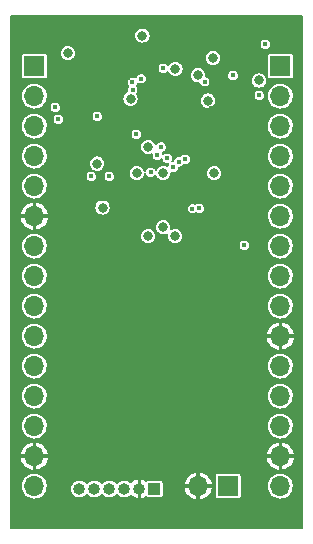
<source format=gbr>
%TF.GenerationSoftware,KiCad,Pcbnew,(6.0.0)*%
%TF.CreationDate,2022-02-11T23:14:06+08:00*%
%TF.ProjectId,esp8266,65737038-3236-4362-9e6b-696361645f70,rev?*%
%TF.SameCoordinates,Original*%
%TF.FileFunction,Copper,L2,Inr*%
%TF.FilePolarity,Positive*%
%FSLAX46Y46*%
G04 Gerber Fmt 4.6, Leading zero omitted, Abs format (unit mm)*
G04 Created by KiCad (PCBNEW (6.0.0)) date 2022-02-11 23:14:06*
%MOMM*%
%LPD*%
G01*
G04 APERTURE LIST*
%TA.AperFunction,ComponentPad*%
%ADD10R,1.000000X1.000000*%
%TD*%
%TA.AperFunction,ComponentPad*%
%ADD11O,1.000000X1.000000*%
%TD*%
%TA.AperFunction,ComponentPad*%
%ADD12R,1.700000X1.700000*%
%TD*%
%TA.AperFunction,ComponentPad*%
%ADD13O,1.700000X1.700000*%
%TD*%
%TA.AperFunction,ViaPad*%
%ADD14C,0.400000*%
%TD*%
%TA.AperFunction,ViaPad*%
%ADD15C,0.800000*%
%TD*%
G04 APERTURE END LIST*
D10*
%TO.N,+3V3*%
%TO.C,J2*%
X129032000Y-151180000D03*
D11*
%TO.N,GND*%
X127762000Y-151180000D03*
%TO.N,/RST*%
X126492000Y-151180000D03*
%TO.N,/GPIO0*%
X125222000Y-151180000D03*
%TO.N,/TXD*%
X123952000Y-151180000D03*
%TO.N,/RXD*%
X122682000Y-151180000D03*
%TD*%
D12*
%TO.N,/GPIO16*%
%TO.C,J4*%
X118872000Y-115380000D03*
D13*
%TO.N,unconnected-(J4-Pad2)*%
X118872000Y-117920000D03*
%TO.N,/GPIO4*%
X118872000Y-120460000D03*
%TO.N,/GPIO0*%
X118872000Y-123000000D03*
%TO.N,/GPIO2*%
X118872000Y-125540000D03*
%TO.N,GND*%
X118872000Y-128080000D03*
%TO.N,+3V3*%
X118872000Y-130620000D03*
%TO.N,/MTMS*%
X118872000Y-133160000D03*
%TO.N,/MTDI*%
X118872000Y-135700000D03*
%TO.N,/MTCK*%
X118872000Y-138240000D03*
%TO.N,/MTDO*%
X118872000Y-140780000D03*
%TO.N,/RXD*%
X118872000Y-143320000D03*
%TO.N,/TXD*%
X118872000Y-145860000D03*
%TO.N,GND*%
X118872000Y-148400000D03*
%TO.N,+3V3*%
X118872000Y-150940000D03*
%TD*%
D12*
%TO.N,+3V3*%
%TO.C,J1*%
X135290666Y-150930000D03*
D13*
%TO.N,GND*%
X132750666Y-150930000D03*
%TD*%
D12*
%TO.N,/ADC_IN*%
%TO.C,J3*%
X139700000Y-115380000D03*
D13*
%TO.N,unconnected-(J3-Pad2)*%
X139700000Y-117920000D03*
%TO.N,unconnected-(J3-Pad3)*%
X139700000Y-120460000D03*
%TO.N,/SD3{slash}CS*%
X139700000Y-123000000D03*
%TO.N,/SD2{slash}GPIO9*%
X139700000Y-125540000D03*
%TO.N,/SD1{slash}INT*%
X139700000Y-128080000D03*
%TO.N,/CMD{slash}MOSI*%
X139700000Y-130620000D03*
%TO.N,/SD0{slash}MISO*%
X139700000Y-133160000D03*
%TO.N,/SCLK*%
X139700000Y-135700000D03*
%TO.N,GND*%
X139700000Y-138240000D03*
%TO.N,+3V3*%
X139700000Y-140780000D03*
%TO.N,unconnected-(J3-Pad12)*%
X139700000Y-143320000D03*
%TO.N,/RST*%
X139700000Y-145860000D03*
%TO.N,GND*%
X139700000Y-148400000D03*
%TO.N,+3V3*%
X139700000Y-150940000D03*
%TD*%
D14*
%TO.N,GND*%
X140826000Y-112960000D03*
X140226000Y-112960000D03*
X139626000Y-112960000D03*
X139026000Y-112960000D03*
X138426000Y-112960000D03*
X137826000Y-112960000D03*
X137226000Y-112960000D03*
X136626000Y-112960000D03*
X136026000Y-112960000D03*
X135426000Y-112960000D03*
X134826000Y-112960000D03*
X134226000Y-112960000D03*
X133626000Y-112960000D03*
X133026000Y-112960000D03*
X132426000Y-112960000D03*
X131826000Y-112960000D03*
X140826000Y-112360000D03*
X140226000Y-112360000D03*
X139626000Y-112360000D03*
X139026000Y-112360000D03*
X138426000Y-112360000D03*
X137826000Y-112360000D03*
X137226000Y-112360000D03*
X136626000Y-112360000D03*
X136026000Y-112360000D03*
X135426000Y-112360000D03*
X134826000Y-112360000D03*
X134226000Y-112360000D03*
X133626000Y-112360000D03*
X133026000Y-112360000D03*
X132426000Y-112360000D03*
X131826000Y-112360000D03*
X140826000Y-111760000D03*
X140226000Y-111760000D03*
X139626000Y-111760000D03*
X139026000Y-111760000D03*
X138426000Y-111760000D03*
X137826000Y-111760000D03*
X137226000Y-111760000D03*
X136626000Y-111760000D03*
X136026000Y-111760000D03*
X135426000Y-111760000D03*
X134826000Y-111760000D03*
X134226000Y-111760000D03*
X133626000Y-111760000D03*
X133026000Y-111760000D03*
X132426000Y-111760000D03*
X131826000Y-111760000D03*
X126640592Y-112958957D03*
X125949635Y-112394304D03*
X126031361Y-112936668D03*
X125407271Y-112966386D03*
X125377552Y-112357155D03*
X124802000Y-112960000D03*
X124202000Y-112960000D03*
X123602000Y-112960000D03*
X123002000Y-112960000D03*
X122402000Y-112960000D03*
X121802000Y-112960000D03*
X121202000Y-112960000D03*
X120602000Y-112960000D03*
X120002000Y-112960000D03*
X119402000Y-112960000D03*
X118802000Y-112960000D03*
X118202000Y-112960000D03*
X117602000Y-112960000D03*
X124802000Y-112360000D03*
X124202000Y-112360000D03*
X123602000Y-112360000D03*
X123002000Y-112360000D03*
X122402000Y-112360000D03*
X121802000Y-112360000D03*
X121202000Y-112360000D03*
X120602000Y-112360000D03*
X120002000Y-112360000D03*
X119402000Y-112360000D03*
X118802000Y-112360000D03*
X118202000Y-112360000D03*
X117602000Y-112360000D03*
X124802000Y-111760000D03*
X124202000Y-111760000D03*
X123602000Y-111760000D03*
X123002000Y-111760000D03*
X122402000Y-111760000D03*
X121802000Y-111760000D03*
X121202000Y-111760000D03*
X120602000Y-111760000D03*
X120002000Y-111760000D03*
X119402000Y-111760000D03*
X118802000Y-111760000D03*
X118202000Y-111760000D03*
X117602000Y-111760000D03*
%TO.N,/RXD*%
X132261095Y-127450117D03*
%TO.N,/TXD*%
X132842000Y-127424736D03*
%TO.N,GND*%
X135893723Y-118253477D03*
X136369221Y-118268336D03*
X136874437Y-118263383D03*
X134853572Y-118248524D03*
X134318638Y-118263383D03*
X133872859Y-118917192D03*
X133858000Y-119634000D03*
X133799177Y-120548606D03*
X133814036Y-121103353D03*
X133828896Y-121653147D03*
X133903192Y-122193035D03*
X134012160Y-122718063D03*
X134334112Y-123104405D03*
X136770356Y-123164619D03*
X137100562Y-122831111D03*
X137414000Y-122428000D03*
X137414000Y-121920000D03*
X137414000Y-121412000D03*
X137414000Y-120904000D03*
X137414000Y-120396000D03*
X137414000Y-119888000D03*
X137414000Y-119380000D03*
X137414000Y-118872000D03*
X137412532Y-118281815D03*
%TO.N,/RST*%
X137922000Y-117856000D03*
D15*
%TO.N,+3V3*%
X134112000Y-124460000D03*
X129794000Y-124460000D03*
X128524000Y-129794000D03*
X130810000Y-129794000D03*
X129794000Y-129032000D03*
D14*
%TO.N,/CMD{slash}MOSI*%
X136652000Y-130556000D03*
%TO.N,/SD2{slash}GPIO9*%
X129286000Y-122936000D03*
%TO.N,/SD1{slash}INT*%
X131631112Y-123264004D03*
%TO.N,/SD0{slash}MISO*%
X131092523Y-123493530D03*
%TO.N,/SCLK*%
X130628935Y-123927051D03*
%TO.N,/CMD{slash}MOSI*%
X130131424Y-123190000D03*
%TO.N,/SD3{slash}CS*%
X129620641Y-122236221D03*
%TO.N,/ADC_IN*%
X138430000Y-113538000D03*
X129794000Y-115570000D03*
D15*
%TO.N,GND*%
X127762000Y-111506000D03*
X126646938Y-112060487D03*
X125476000Y-111506000D03*
D14*
%TO.N,/GPIO2*%
X123698000Y-124714000D03*
%TO.N,/MTDI*%
X120904000Y-119888000D03*
%TO.N,/MTMS*%
X127185695Y-116765722D03*
X120650000Y-118872000D03*
%TO.N,/GPIO0*%
X125222000Y-124714000D03*
%TO.N,/GPIO4*%
X127508000Y-121158000D03*
D15*
%TO.N,+3V3*%
X124194000Y-123640000D03*
D14*
%TO.N,GND*%
X126470000Y-119720000D03*
X125870000Y-119720000D03*
X125250000Y-119730000D03*
%TO.N,/GPIO16*%
X128720000Y-124360000D03*
%TO.N,GND*%
X131590000Y-120120000D03*
X130990000Y-120120000D03*
X130390000Y-120120000D03*
X129790000Y-120120000D03*
X129190000Y-120120000D03*
X131590000Y-119520000D03*
X130990000Y-119520000D03*
X130390000Y-119520000D03*
X129790000Y-119520000D03*
X129190000Y-119520000D03*
X131590000Y-118920000D03*
X130990000Y-118920000D03*
X130390000Y-118920000D03*
X129790000Y-118920000D03*
X129190000Y-118920000D03*
X131590000Y-118320000D03*
X130990000Y-118320000D03*
X130390000Y-118320000D03*
X129790000Y-118320000D03*
X129190000Y-118320000D03*
X131590000Y-117720000D03*
X130990000Y-117720000D03*
X130390000Y-117720000D03*
X129790000Y-117720000D03*
X129190000Y-117720000D03*
D15*
%TO.N,+3V3*%
X127540000Y-124450000D03*
X124650000Y-127360000D03*
D14*
%TO.N,/GPIO16*%
X127930000Y-116440000D03*
D15*
%TO.N,+3V3*%
X137900000Y-116600000D03*
X133570000Y-118310000D03*
X134000000Y-114700000D03*
X127020000Y-118140500D03*
X130820000Y-115610500D03*
X121700000Y-114300000D03*
X132730378Y-116170378D03*
X128524000Y-122220000D03*
X128024006Y-112800000D03*
D14*
%TO.N,/RST*%
X133300000Y-116700000D03*
X135695027Y-116155676D03*
%TO.N,/MTDI*%
X124206000Y-119634000D03*
X127190000Y-117390000D03*
%TD*%
%TA.AperFunction,Conductor*%
%TO.N,GND*%
G36*
X141559305Y-111118907D02*
G01*
X141595269Y-111168407D01*
X141600114Y-111198885D01*
X141649886Y-154450886D01*
X141631046Y-154509099D01*
X141581587Y-154545119D01*
X141550886Y-154550000D01*
X116899000Y-154550000D01*
X116840809Y-154531093D01*
X116804845Y-154481593D01*
X116800000Y-154451000D01*
X116800000Y-150925262D01*
X117816520Y-150925262D01*
X117816925Y-150930082D01*
X117830831Y-151095680D01*
X117833759Y-151130553D01*
X117890544Y-151328586D01*
X117984712Y-151511818D01*
X118112677Y-151673270D01*
X118116357Y-151676402D01*
X118116359Y-151676404D01*
X118208934Y-151755191D01*
X118269564Y-151806791D01*
X118273787Y-151809151D01*
X118273791Y-151809154D01*
X118376114Y-151866340D01*
X118449398Y-151907297D01*
X118453996Y-151908791D01*
X118640724Y-151969463D01*
X118640726Y-151969464D01*
X118645329Y-151970959D01*
X118849894Y-151995351D01*
X118854716Y-151994980D01*
X118854719Y-151994980D01*
X118922541Y-151989761D01*
X119055300Y-151979546D01*
X119253725Y-151924145D01*
X119258038Y-151921966D01*
X119258044Y-151921964D01*
X119433289Y-151833441D01*
X119433291Y-151833440D01*
X119437610Y-151831258D01*
X119441427Y-151828276D01*
X119596135Y-151707406D01*
X119596139Y-151707402D01*
X119599951Y-151704424D01*
X119603988Y-151699748D01*
X119679524Y-151612237D01*
X119734564Y-151548472D01*
X119736957Y-151544260D01*
X119833934Y-151373550D01*
X119833935Y-151373547D01*
X119836323Y-151369344D01*
X119838556Y-151362634D01*
X119899824Y-151178454D01*
X119899824Y-151178452D01*
X119901351Y-151173863D01*
X119901509Y-151172611D01*
X121976394Y-151172611D01*
X121977049Y-151178544D01*
X121977049Y-151178548D01*
X121994089Y-151332896D01*
X121994999Y-151341135D01*
X122053266Y-151500356D01*
X122056591Y-151505305D01*
X122056592Y-151505306D01*
X122082768Y-151544260D01*
X122147830Y-151641083D01*
X122273233Y-151755191D01*
X122422235Y-151836092D01*
X122481680Y-151851687D01*
X122580464Y-151877603D01*
X122580468Y-151877604D01*
X122586233Y-151879116D01*
X122592194Y-151879210D01*
X122592197Y-151879210D01*
X122670965Y-151880447D01*
X122755760Y-151881779D01*
X122761575Y-151880447D01*
X122761577Y-151880447D01*
X122915206Y-151845262D01*
X122915209Y-151845261D01*
X122921029Y-151843928D01*
X122936610Y-151836092D01*
X123018530Y-151794890D01*
X123072498Y-151767747D01*
X123077035Y-151763872D01*
X123077038Y-151763870D01*
X123196888Y-151661508D01*
X123196891Y-151661505D01*
X123201423Y-151657634D01*
X123213316Y-151641083D01*
X123235879Y-151609684D01*
X123285189Y-151573461D01*
X123346374Y-151573140D01*
X123398446Y-151612237D01*
X123417830Y-151641083D01*
X123543233Y-151755191D01*
X123692235Y-151836092D01*
X123751680Y-151851687D01*
X123850464Y-151877603D01*
X123850468Y-151877604D01*
X123856233Y-151879116D01*
X123862194Y-151879210D01*
X123862197Y-151879210D01*
X123940965Y-151880447D01*
X124025760Y-151881779D01*
X124031575Y-151880447D01*
X124031577Y-151880447D01*
X124185206Y-151845262D01*
X124185209Y-151845261D01*
X124191029Y-151843928D01*
X124206610Y-151836092D01*
X124288530Y-151794890D01*
X124342498Y-151767747D01*
X124347035Y-151763872D01*
X124347038Y-151763870D01*
X124466888Y-151661508D01*
X124466891Y-151661505D01*
X124471423Y-151657634D01*
X124483316Y-151641083D01*
X124505879Y-151609684D01*
X124555189Y-151573461D01*
X124616374Y-151573140D01*
X124668446Y-151612237D01*
X124687830Y-151641083D01*
X124813233Y-151755191D01*
X124962235Y-151836092D01*
X125021680Y-151851687D01*
X125120464Y-151877603D01*
X125120468Y-151877604D01*
X125126233Y-151879116D01*
X125132194Y-151879210D01*
X125132197Y-151879210D01*
X125210965Y-151880447D01*
X125295760Y-151881779D01*
X125301575Y-151880447D01*
X125301577Y-151880447D01*
X125455206Y-151845262D01*
X125455209Y-151845261D01*
X125461029Y-151843928D01*
X125476610Y-151836092D01*
X125558530Y-151794890D01*
X125612498Y-151767747D01*
X125617035Y-151763872D01*
X125617038Y-151763870D01*
X125736888Y-151661508D01*
X125736891Y-151661505D01*
X125741423Y-151657634D01*
X125753316Y-151641083D01*
X125775879Y-151609684D01*
X125825189Y-151573461D01*
X125886374Y-151573140D01*
X125938446Y-151612237D01*
X125957830Y-151641083D01*
X126083233Y-151755191D01*
X126232235Y-151836092D01*
X126291680Y-151851687D01*
X126390464Y-151877603D01*
X126390468Y-151877604D01*
X126396233Y-151879116D01*
X126402194Y-151879210D01*
X126402197Y-151879210D01*
X126480965Y-151880447D01*
X126565760Y-151881779D01*
X126571575Y-151880447D01*
X126571577Y-151880447D01*
X126725206Y-151845262D01*
X126725209Y-151845261D01*
X126731029Y-151843928D01*
X126746610Y-151836092D01*
X126828530Y-151794890D01*
X126882498Y-151767747D01*
X126887035Y-151763872D01*
X126887038Y-151763870D01*
X126989494Y-151676363D01*
X126995205Y-151671486D01*
X127051732Y-151648071D01*
X127111227Y-151662354D01*
X127130715Y-151677995D01*
X127244990Y-151796330D01*
X127253463Y-151803340D01*
X127394390Y-151895560D01*
X127404198Y-151900514D01*
X127562051Y-151959219D01*
X127572727Y-151961880D01*
X127596456Y-151965046D01*
X127609576Y-151962638D01*
X127610783Y-151961371D01*
X127612000Y-151956015D01*
X127612000Y-151954020D01*
X127912000Y-151954020D01*
X127916122Y-151966705D01*
X127918437Y-151968388D01*
X127920703Y-151968642D01*
X127929138Y-151966910D01*
X128089310Y-151914868D01*
X128099333Y-151910321D01*
X128243989Y-151824088D01*
X128257157Y-151814093D01*
X128258687Y-151816109D01*
X128304757Y-151794071D01*
X128364930Y-151805154D01*
X128383980Y-151819362D01*
X128387448Y-151824552D01*
X128453769Y-151868867D01*
X128463332Y-151870769D01*
X128463334Y-151870770D01*
X128486005Y-151875279D01*
X128512252Y-151880500D01*
X129551748Y-151880500D01*
X129577995Y-151875279D01*
X129600666Y-151870770D01*
X129600668Y-151870769D01*
X129610231Y-151868867D01*
X129676552Y-151824552D01*
X129720867Y-151758231D01*
X129723866Y-151743157D01*
X129727279Y-151725995D01*
X129732500Y-151699748D01*
X129732500Y-151089405D01*
X131608564Y-151089405D01*
X131609661Y-151106145D01*
X131611074Y-151115064D01*
X131660866Y-151311121D01*
X131663886Y-151319649D01*
X131748570Y-151503341D01*
X131753088Y-151511167D01*
X131869837Y-151676363D01*
X131875701Y-151683229D01*
X132020597Y-151824381D01*
X132027620Y-151830068D01*
X132195804Y-151942446D01*
X132203759Y-151946764D01*
X132389595Y-152026606D01*
X132398206Y-152029404D01*
X132590496Y-152072914D01*
X132597833Y-152070840D01*
X132600453Y-152067514D01*
X132600666Y-152066317D01*
X132600666Y-152054679D01*
X132900666Y-152054679D01*
X132904788Y-152067364D01*
X132905958Y-152068215D01*
X132911938Y-152068725D01*
X133015781Y-152053668D01*
X133024580Y-152051556D01*
X133216116Y-151986538D01*
X133224380Y-151982858D01*
X133400860Y-151884026D01*
X133408318Y-151878900D01*
X133503488Y-151799748D01*
X134240166Y-151799748D01*
X134243487Y-151816442D01*
X134246829Y-151833243D01*
X134251799Y-151858231D01*
X134296114Y-151924552D01*
X134362435Y-151968867D01*
X134371998Y-151970769D01*
X134372000Y-151970770D01*
X134394671Y-151975279D01*
X134420918Y-151980500D01*
X136160414Y-151980500D01*
X136186661Y-151975279D01*
X136209332Y-151970770D01*
X136209334Y-151970769D01*
X136218897Y-151968867D01*
X136285218Y-151924552D01*
X136329533Y-151858231D01*
X136334504Y-151833243D01*
X136337845Y-151816442D01*
X136341166Y-151799748D01*
X136341166Y-150925262D01*
X138644520Y-150925262D01*
X138644925Y-150930082D01*
X138658831Y-151095680D01*
X138661759Y-151130553D01*
X138718544Y-151328586D01*
X138812712Y-151511818D01*
X138940677Y-151673270D01*
X138944357Y-151676402D01*
X138944359Y-151676404D01*
X139036934Y-151755191D01*
X139097564Y-151806791D01*
X139101787Y-151809151D01*
X139101791Y-151809154D01*
X139204114Y-151866340D01*
X139277398Y-151907297D01*
X139281996Y-151908791D01*
X139468724Y-151969463D01*
X139468726Y-151969464D01*
X139473329Y-151970959D01*
X139677894Y-151995351D01*
X139682716Y-151994980D01*
X139682719Y-151994980D01*
X139750541Y-151989761D01*
X139883300Y-151979546D01*
X140081725Y-151924145D01*
X140086038Y-151921966D01*
X140086044Y-151921964D01*
X140261289Y-151833441D01*
X140261291Y-151833440D01*
X140265610Y-151831258D01*
X140269427Y-151828276D01*
X140424135Y-151707406D01*
X140424139Y-151707402D01*
X140427951Y-151704424D01*
X140431988Y-151699748D01*
X140507524Y-151612237D01*
X140562564Y-151548472D01*
X140564957Y-151544260D01*
X140661934Y-151373550D01*
X140661935Y-151373547D01*
X140664323Y-151369344D01*
X140666556Y-151362634D01*
X140727824Y-151178454D01*
X140727824Y-151178452D01*
X140729351Y-151173863D01*
X140755171Y-150969474D01*
X140755583Y-150940000D01*
X140749643Y-150879416D01*
X140735952Y-150739780D01*
X140735951Y-150739776D01*
X140735480Y-150734970D01*
X140732183Y-150724048D01*
X140677333Y-150542380D01*
X140675935Y-150537749D01*
X140579218Y-150355849D01*
X140449011Y-150196200D01*
X140406268Y-150160840D01*
X140294002Y-150067965D01*
X140294000Y-150067964D01*
X140290275Y-150064882D01*
X140109055Y-149966897D01*
X139989954Y-149930029D01*
X139916875Y-149907407D01*
X139916871Y-149907406D01*
X139912254Y-149905977D01*
X139907446Y-149905472D01*
X139907443Y-149905471D01*
X139712185Y-149884949D01*
X139712183Y-149884949D01*
X139707369Y-149884443D01*
X139654767Y-149889230D01*
X139507022Y-149902675D01*
X139507017Y-149902676D01*
X139502203Y-149903114D01*
X139304572Y-149961280D01*
X139300288Y-149963519D01*
X139300287Y-149963520D01*
X139289428Y-149969197D01*
X139122002Y-150056726D01*
X139118231Y-150059758D01*
X138965220Y-150182781D01*
X138965217Y-150182783D01*
X138961447Y-150185815D01*
X138958333Y-150189526D01*
X138958332Y-150189527D01*
X138949585Y-150199952D01*
X138829024Y-150343630D01*
X138826689Y-150347878D01*
X138826688Y-150347879D01*
X138819955Y-150360126D01*
X138729776Y-150524162D01*
X138728313Y-150528775D01*
X138728311Y-150528779D01*
X138688117Y-150655488D01*
X138667484Y-150720532D01*
X138666944Y-150725344D01*
X138666944Y-150725345D01*
X138660814Y-150780000D01*
X138644520Y-150925262D01*
X136341166Y-150925262D01*
X136341166Y-150060252D01*
X136329533Y-150001769D01*
X136285218Y-149935448D01*
X136218897Y-149891133D01*
X136209334Y-149889231D01*
X136209332Y-149889230D01*
X136185264Y-149884443D01*
X136160414Y-149879500D01*
X134420918Y-149879500D01*
X134396068Y-149884443D01*
X134372000Y-149889230D01*
X134371998Y-149889231D01*
X134362435Y-149891133D01*
X134296114Y-149935448D01*
X134251799Y-150001769D01*
X134240166Y-150060252D01*
X134240166Y-151799748D01*
X133503488Y-151799748D01*
X133563823Y-151749568D01*
X133570234Y-151743157D01*
X133699566Y-151587652D01*
X133704692Y-151580194D01*
X133803524Y-151403714D01*
X133807204Y-151395450D01*
X133872222Y-151203914D01*
X133874334Y-151195115D01*
X133888775Y-151095518D01*
X133886516Y-151082372D01*
X133885481Y-151081363D01*
X133879634Y-151080000D01*
X132916346Y-151080000D01*
X132903661Y-151084122D01*
X132900666Y-151088243D01*
X132900666Y-152054679D01*
X132600666Y-152054679D01*
X132600666Y-151095680D01*
X132596544Y-151082995D01*
X132592423Y-151080000D01*
X131623628Y-151080000D01*
X131610943Y-151084122D01*
X131608868Y-151086978D01*
X131608564Y-151089405D01*
X129732500Y-151089405D01*
X129732500Y-150764428D01*
X131612153Y-150764428D01*
X131614756Y-150777511D01*
X131616329Y-150778965D01*
X131621044Y-150780000D01*
X132584986Y-150780000D01*
X132597671Y-150775878D01*
X132600666Y-150771757D01*
X132600666Y-150764320D01*
X132900666Y-150764320D01*
X132904788Y-150777005D01*
X132908909Y-150780000D01*
X133876130Y-150780000D01*
X133888815Y-150775878D01*
X133890484Y-150773582D01*
X133890888Y-150769966D01*
X133886669Y-150724048D01*
X133885022Y-150715164D01*
X133830115Y-150520481D01*
X133826874Y-150512037D01*
X133737411Y-150330624D01*
X133732686Y-150322914D01*
X133611660Y-150160840D01*
X133605611Y-150154122D01*
X133457071Y-150016814D01*
X133449906Y-150011315D01*
X133278829Y-149903374D01*
X133270776Y-149899271D01*
X133082895Y-149824314D01*
X133074237Y-149821749D01*
X132916045Y-149790283D01*
X132902798Y-149791851D01*
X132902766Y-149791881D01*
X132900666Y-149799928D01*
X132900666Y-150764320D01*
X132600666Y-150764320D01*
X132600666Y-149804517D01*
X132596544Y-149791832D01*
X132595940Y-149791393D01*
X132588793Y-149790877D01*
X132456225Y-149813657D01*
X132447489Y-149815998D01*
X132257716Y-149886009D01*
X132249553Y-149889902D01*
X132075713Y-149993326D01*
X132068411Y-149998631D01*
X131916323Y-150132010D01*
X131910100Y-150138568D01*
X131784875Y-150297415D01*
X131779950Y-150304998D01*
X131685763Y-150484018D01*
X131682309Y-150492358D01*
X131622324Y-150685538D01*
X131620443Y-150694389D01*
X131612153Y-150764428D01*
X129732500Y-150764428D01*
X129732500Y-150660252D01*
X129720867Y-150601769D01*
X129676552Y-150535448D01*
X129610231Y-150491133D01*
X129600668Y-150489231D01*
X129600666Y-150489230D01*
X129577995Y-150484721D01*
X129551748Y-150479500D01*
X128512252Y-150479500D01*
X128486005Y-150484721D01*
X128463334Y-150489230D01*
X128463332Y-150489231D01*
X128453769Y-150491133D01*
X128387448Y-150535448D01*
X128384857Y-150539326D01*
X128333203Y-150565644D01*
X128272771Y-150556073D01*
X128264669Y-150551452D01*
X128119584Y-150459378D01*
X128109704Y-150454559D01*
X127951048Y-150398064D01*
X127940346Y-150395554D01*
X127927569Y-150394031D01*
X127914484Y-150396621D01*
X127913046Y-150398175D01*
X127912000Y-150402931D01*
X127912000Y-151954020D01*
X127612000Y-151954020D01*
X127612000Y-150406994D01*
X127607878Y-150394309D01*
X127605863Y-150392844D01*
X127601652Y-150392402D01*
X127594627Y-150393140D01*
X127583886Y-150395502D01*
X127424464Y-150449773D01*
X127414504Y-150454460D01*
X127271069Y-150542701D01*
X127262401Y-150549473D01*
X127142075Y-150667306D01*
X127134868Y-150676143D01*
X127083439Y-150709289D01*
X127022349Y-150705875D01*
X126992291Y-150687492D01*
X126894721Y-150600560D01*
X126744881Y-150521224D01*
X126646659Y-150496552D01*
X126586231Y-150481373D01*
X126586228Y-150481373D01*
X126580441Y-150479919D01*
X126494841Y-150479471D01*
X126416861Y-150479062D01*
X126416859Y-150479062D01*
X126410895Y-150479031D01*
X126405099Y-150480423D01*
X126405095Y-150480423D01*
X126337916Y-150496552D01*
X126246032Y-150518612D01*
X126197700Y-150543558D01*
X126100675Y-150593636D01*
X126100673Y-150593638D01*
X126095369Y-150596375D01*
X125967604Y-150707831D01*
X125964174Y-150712712D01*
X125964170Y-150712716D01*
X125938236Y-150749616D01*
X125889307Y-150786353D01*
X125828129Y-150787313D01*
X125775653Y-150748766D01*
X125751312Y-150713349D01*
X125624721Y-150600560D01*
X125474881Y-150521224D01*
X125376659Y-150496552D01*
X125316231Y-150481373D01*
X125316228Y-150481373D01*
X125310441Y-150479919D01*
X125224841Y-150479471D01*
X125146861Y-150479062D01*
X125146859Y-150479062D01*
X125140895Y-150479031D01*
X125135099Y-150480423D01*
X125135095Y-150480423D01*
X125067916Y-150496552D01*
X124976032Y-150518612D01*
X124927700Y-150543558D01*
X124830675Y-150593636D01*
X124830673Y-150593638D01*
X124825369Y-150596375D01*
X124697604Y-150707831D01*
X124694174Y-150712712D01*
X124694170Y-150712716D01*
X124668236Y-150749616D01*
X124619307Y-150786353D01*
X124558129Y-150787313D01*
X124505653Y-150748766D01*
X124481312Y-150713349D01*
X124354721Y-150600560D01*
X124204881Y-150521224D01*
X124106659Y-150496552D01*
X124046231Y-150481373D01*
X124046228Y-150481373D01*
X124040441Y-150479919D01*
X123954841Y-150479471D01*
X123876861Y-150479062D01*
X123876859Y-150479062D01*
X123870895Y-150479031D01*
X123865099Y-150480423D01*
X123865095Y-150480423D01*
X123797916Y-150496552D01*
X123706032Y-150518612D01*
X123657700Y-150543558D01*
X123560675Y-150593636D01*
X123560673Y-150593638D01*
X123555369Y-150596375D01*
X123427604Y-150707831D01*
X123424174Y-150712712D01*
X123424170Y-150712716D01*
X123398236Y-150749616D01*
X123349307Y-150786353D01*
X123288129Y-150787313D01*
X123235653Y-150748766D01*
X123211312Y-150713349D01*
X123084721Y-150600560D01*
X122934881Y-150521224D01*
X122836659Y-150496552D01*
X122776231Y-150481373D01*
X122776228Y-150481373D01*
X122770441Y-150479919D01*
X122684841Y-150479471D01*
X122606861Y-150479062D01*
X122606859Y-150479062D01*
X122600895Y-150479031D01*
X122595099Y-150480423D01*
X122595095Y-150480423D01*
X122527916Y-150496552D01*
X122436032Y-150518612D01*
X122387700Y-150543558D01*
X122290675Y-150593636D01*
X122290673Y-150593638D01*
X122285369Y-150596375D01*
X122157604Y-150707831D01*
X122154173Y-150712713D01*
X122154172Y-150712714D01*
X122109780Y-150775878D01*
X122060113Y-150846547D01*
X122057945Y-150852108D01*
X122011112Y-150972228D01*
X121998524Y-151004513D01*
X121976394Y-151172611D01*
X119901509Y-151172611D01*
X119927171Y-150969474D01*
X119927583Y-150940000D01*
X119921643Y-150879416D01*
X119907952Y-150739780D01*
X119907951Y-150739776D01*
X119907480Y-150734970D01*
X119904183Y-150724048D01*
X119849333Y-150542380D01*
X119847935Y-150537749D01*
X119751218Y-150355849D01*
X119621011Y-150196200D01*
X119578268Y-150160840D01*
X119466002Y-150067965D01*
X119466000Y-150067964D01*
X119462275Y-150064882D01*
X119281055Y-149966897D01*
X119161954Y-149930029D01*
X119088875Y-149907407D01*
X119088871Y-149907406D01*
X119084254Y-149905977D01*
X119079446Y-149905472D01*
X119079443Y-149905471D01*
X118884185Y-149884949D01*
X118884183Y-149884949D01*
X118879369Y-149884443D01*
X118826767Y-149889230D01*
X118679022Y-149902675D01*
X118679017Y-149902676D01*
X118674203Y-149903114D01*
X118476572Y-149961280D01*
X118472288Y-149963519D01*
X118472287Y-149963520D01*
X118461428Y-149969197D01*
X118294002Y-150056726D01*
X118290231Y-150059758D01*
X118137220Y-150182781D01*
X118137217Y-150182783D01*
X118133447Y-150185815D01*
X118130333Y-150189526D01*
X118130332Y-150189527D01*
X118121585Y-150199952D01*
X118001024Y-150343630D01*
X117998689Y-150347878D01*
X117998688Y-150347879D01*
X117991955Y-150360126D01*
X117901776Y-150524162D01*
X117900313Y-150528775D01*
X117900311Y-150528779D01*
X117860117Y-150655488D01*
X117839484Y-150720532D01*
X117838944Y-150725344D01*
X117838944Y-150725345D01*
X117832814Y-150780000D01*
X117816520Y-150925262D01*
X116800000Y-150925262D01*
X116800000Y-148559405D01*
X117729898Y-148559405D01*
X117730995Y-148576145D01*
X117732408Y-148585064D01*
X117782200Y-148781121D01*
X117785220Y-148789649D01*
X117869904Y-148973341D01*
X117874422Y-148981167D01*
X117991171Y-149146363D01*
X117997035Y-149153229D01*
X118141931Y-149294381D01*
X118148954Y-149300068D01*
X118317138Y-149412446D01*
X118325093Y-149416764D01*
X118510929Y-149496606D01*
X118519540Y-149499404D01*
X118711830Y-149542914D01*
X118719167Y-149540840D01*
X118721787Y-149537514D01*
X118722000Y-149536317D01*
X118722000Y-149524679D01*
X119022000Y-149524679D01*
X119026122Y-149537364D01*
X119027292Y-149538215D01*
X119033272Y-149538725D01*
X119137115Y-149523668D01*
X119145914Y-149521556D01*
X119337450Y-149456538D01*
X119345714Y-149452858D01*
X119522194Y-149354026D01*
X119529652Y-149348900D01*
X119685157Y-149219568D01*
X119691568Y-149213157D01*
X119820900Y-149057652D01*
X119826026Y-149050194D01*
X119924858Y-148873714D01*
X119928538Y-148865450D01*
X119993556Y-148673914D01*
X119995668Y-148665115D01*
X120010109Y-148565518D01*
X120009059Y-148559405D01*
X138557898Y-148559405D01*
X138558995Y-148576145D01*
X138560408Y-148585064D01*
X138610200Y-148781121D01*
X138613220Y-148789649D01*
X138697904Y-148973341D01*
X138702422Y-148981167D01*
X138819171Y-149146363D01*
X138825035Y-149153229D01*
X138969931Y-149294381D01*
X138976954Y-149300068D01*
X139145138Y-149412446D01*
X139153093Y-149416764D01*
X139338929Y-149496606D01*
X139347540Y-149499404D01*
X139539830Y-149542914D01*
X139547167Y-149540840D01*
X139549787Y-149537514D01*
X139550000Y-149536317D01*
X139550000Y-149524679D01*
X139850000Y-149524679D01*
X139854122Y-149537364D01*
X139855292Y-149538215D01*
X139861272Y-149538725D01*
X139965115Y-149523668D01*
X139973914Y-149521556D01*
X140165450Y-149456538D01*
X140173714Y-149452858D01*
X140350194Y-149354026D01*
X140357652Y-149348900D01*
X140513157Y-149219568D01*
X140519568Y-149213157D01*
X140648900Y-149057652D01*
X140654026Y-149050194D01*
X140752858Y-148873714D01*
X140756538Y-148865450D01*
X140821556Y-148673914D01*
X140823668Y-148665115D01*
X140838109Y-148565518D01*
X140835850Y-148552372D01*
X140834815Y-148551363D01*
X140828968Y-148550000D01*
X139865680Y-148550000D01*
X139852995Y-148554122D01*
X139850000Y-148558243D01*
X139850000Y-149524679D01*
X139550000Y-149524679D01*
X139550000Y-148565680D01*
X139545878Y-148552995D01*
X139541757Y-148550000D01*
X138572962Y-148550000D01*
X138560277Y-148554122D01*
X138558202Y-148556978D01*
X138557898Y-148559405D01*
X120009059Y-148559405D01*
X120007850Y-148552372D01*
X120006815Y-148551363D01*
X120000968Y-148550000D01*
X119037680Y-148550000D01*
X119024995Y-148554122D01*
X119022000Y-148558243D01*
X119022000Y-149524679D01*
X118722000Y-149524679D01*
X118722000Y-148565680D01*
X118717878Y-148552995D01*
X118713757Y-148550000D01*
X117744962Y-148550000D01*
X117732277Y-148554122D01*
X117730202Y-148556978D01*
X117729898Y-148559405D01*
X116800000Y-148559405D01*
X116800000Y-148234428D01*
X117733487Y-148234428D01*
X117736090Y-148247511D01*
X117737663Y-148248965D01*
X117742378Y-148250000D01*
X118706320Y-148250000D01*
X118719005Y-148245878D01*
X118722000Y-148241757D01*
X118722000Y-148234320D01*
X119022000Y-148234320D01*
X119026122Y-148247005D01*
X119030243Y-148250000D01*
X119997464Y-148250000D01*
X120010149Y-148245878D01*
X120011818Y-148243582D01*
X120012222Y-148239966D01*
X120011713Y-148234428D01*
X138561487Y-148234428D01*
X138564090Y-148247511D01*
X138565663Y-148248965D01*
X138570378Y-148250000D01*
X139534320Y-148250000D01*
X139547005Y-148245878D01*
X139550000Y-148241757D01*
X139550000Y-148234320D01*
X139850000Y-148234320D01*
X139854122Y-148247005D01*
X139858243Y-148250000D01*
X140825464Y-148250000D01*
X140838149Y-148245878D01*
X140839818Y-148243582D01*
X140840222Y-148239966D01*
X140836003Y-148194048D01*
X140834356Y-148185164D01*
X140779449Y-147990481D01*
X140776208Y-147982037D01*
X140686745Y-147800624D01*
X140682020Y-147792914D01*
X140560994Y-147630840D01*
X140554945Y-147624122D01*
X140406405Y-147486814D01*
X140399240Y-147481315D01*
X140228163Y-147373374D01*
X140220110Y-147369271D01*
X140032229Y-147294314D01*
X140023571Y-147291749D01*
X139865379Y-147260283D01*
X139852132Y-147261851D01*
X139852100Y-147261881D01*
X139850000Y-147269928D01*
X139850000Y-148234320D01*
X139550000Y-148234320D01*
X139550000Y-147274517D01*
X139545878Y-147261832D01*
X139545274Y-147261393D01*
X139538127Y-147260877D01*
X139405559Y-147283657D01*
X139396823Y-147285998D01*
X139207050Y-147356009D01*
X139198887Y-147359902D01*
X139025047Y-147463326D01*
X139017745Y-147468631D01*
X138865657Y-147602010D01*
X138859434Y-147608568D01*
X138734209Y-147767415D01*
X138729284Y-147774998D01*
X138635097Y-147954018D01*
X138631643Y-147962358D01*
X138571658Y-148155538D01*
X138569777Y-148164389D01*
X138561487Y-148234428D01*
X120011713Y-148234428D01*
X120008003Y-148194048D01*
X120006356Y-148185164D01*
X119951449Y-147990481D01*
X119948208Y-147982037D01*
X119858745Y-147800624D01*
X119854020Y-147792914D01*
X119732994Y-147630840D01*
X119726945Y-147624122D01*
X119578405Y-147486814D01*
X119571240Y-147481315D01*
X119400163Y-147373374D01*
X119392110Y-147369271D01*
X119204229Y-147294314D01*
X119195571Y-147291749D01*
X119037379Y-147260283D01*
X119024132Y-147261851D01*
X119024100Y-147261881D01*
X119022000Y-147269928D01*
X119022000Y-148234320D01*
X118722000Y-148234320D01*
X118722000Y-147274517D01*
X118717878Y-147261832D01*
X118717274Y-147261393D01*
X118710127Y-147260877D01*
X118577559Y-147283657D01*
X118568823Y-147285998D01*
X118379050Y-147356009D01*
X118370887Y-147359902D01*
X118197047Y-147463326D01*
X118189745Y-147468631D01*
X118037657Y-147602010D01*
X118031434Y-147608568D01*
X117906209Y-147767415D01*
X117901284Y-147774998D01*
X117807097Y-147954018D01*
X117803643Y-147962358D01*
X117743658Y-148155538D01*
X117741777Y-148164389D01*
X117733487Y-148234428D01*
X116800000Y-148234428D01*
X116800000Y-145845262D01*
X117816520Y-145845262D01*
X117833759Y-146050553D01*
X117890544Y-146248586D01*
X117984712Y-146431818D01*
X118112677Y-146593270D01*
X118116357Y-146596402D01*
X118116359Y-146596404D01*
X118229017Y-146692283D01*
X118269564Y-146726791D01*
X118273787Y-146729151D01*
X118273791Y-146729154D01*
X118313342Y-146751258D01*
X118449398Y-146827297D01*
X118453996Y-146828791D01*
X118640724Y-146889463D01*
X118640726Y-146889464D01*
X118645329Y-146890959D01*
X118849894Y-146915351D01*
X118854716Y-146914980D01*
X118854719Y-146914980D01*
X118922541Y-146909761D01*
X119055300Y-146899546D01*
X119253725Y-146844145D01*
X119258038Y-146841966D01*
X119258044Y-146841964D01*
X119433289Y-146753441D01*
X119433291Y-146753440D01*
X119437610Y-146751258D01*
X119472943Y-146723653D01*
X119596135Y-146627406D01*
X119596139Y-146627402D01*
X119599951Y-146624424D01*
X119734564Y-146468472D01*
X119753231Y-146435613D01*
X119833934Y-146293550D01*
X119833935Y-146293547D01*
X119836323Y-146289344D01*
X119849882Y-146248586D01*
X119899824Y-146098454D01*
X119899824Y-146098452D01*
X119901351Y-146093863D01*
X119927171Y-145889474D01*
X119927583Y-145860000D01*
X119926138Y-145845262D01*
X138644520Y-145845262D01*
X138661759Y-146050553D01*
X138718544Y-146248586D01*
X138812712Y-146431818D01*
X138940677Y-146593270D01*
X138944357Y-146596402D01*
X138944359Y-146596404D01*
X139057017Y-146692283D01*
X139097564Y-146726791D01*
X139101787Y-146729151D01*
X139101791Y-146729154D01*
X139141342Y-146751258D01*
X139277398Y-146827297D01*
X139281996Y-146828791D01*
X139468724Y-146889463D01*
X139468726Y-146889464D01*
X139473329Y-146890959D01*
X139677894Y-146915351D01*
X139682716Y-146914980D01*
X139682719Y-146914980D01*
X139750541Y-146909761D01*
X139883300Y-146899546D01*
X140081725Y-146844145D01*
X140086038Y-146841966D01*
X140086044Y-146841964D01*
X140261289Y-146753441D01*
X140261291Y-146753440D01*
X140265610Y-146751258D01*
X140300943Y-146723653D01*
X140424135Y-146627406D01*
X140424139Y-146627402D01*
X140427951Y-146624424D01*
X140562564Y-146468472D01*
X140581231Y-146435613D01*
X140661934Y-146293550D01*
X140661935Y-146293547D01*
X140664323Y-146289344D01*
X140677882Y-146248586D01*
X140727824Y-146098454D01*
X140727824Y-146098452D01*
X140729351Y-146093863D01*
X140755171Y-145889474D01*
X140755583Y-145860000D01*
X140735480Y-145654970D01*
X140675935Y-145457749D01*
X140579218Y-145275849D01*
X140449011Y-145116200D01*
X140290275Y-144984882D01*
X140109055Y-144886897D01*
X140045855Y-144867333D01*
X139916875Y-144827407D01*
X139916871Y-144827406D01*
X139912254Y-144825977D01*
X139907446Y-144825472D01*
X139907443Y-144825471D01*
X139712185Y-144804949D01*
X139712183Y-144804949D01*
X139707369Y-144804443D01*
X139647354Y-144809905D01*
X139507022Y-144822675D01*
X139507017Y-144822676D01*
X139502203Y-144823114D01*
X139304572Y-144881280D01*
X139300288Y-144883519D01*
X139300287Y-144883520D01*
X139289428Y-144889197D01*
X139122002Y-144976726D01*
X139118231Y-144979758D01*
X138965220Y-145102781D01*
X138965217Y-145102783D01*
X138961447Y-145105815D01*
X138958333Y-145109526D01*
X138958332Y-145109527D01*
X138949585Y-145119952D01*
X138829024Y-145263630D01*
X138826689Y-145267878D01*
X138826688Y-145267879D01*
X138819955Y-145280126D01*
X138729776Y-145444162D01*
X138667484Y-145640532D01*
X138666944Y-145645344D01*
X138666944Y-145645345D01*
X138665865Y-145654970D01*
X138644520Y-145845262D01*
X119926138Y-145845262D01*
X119907480Y-145654970D01*
X119847935Y-145457749D01*
X119751218Y-145275849D01*
X119621011Y-145116200D01*
X119462275Y-144984882D01*
X119281055Y-144886897D01*
X119217855Y-144867333D01*
X119088875Y-144827407D01*
X119088871Y-144827406D01*
X119084254Y-144825977D01*
X119079446Y-144825472D01*
X119079443Y-144825471D01*
X118884185Y-144804949D01*
X118884183Y-144804949D01*
X118879369Y-144804443D01*
X118819354Y-144809905D01*
X118679022Y-144822675D01*
X118679017Y-144822676D01*
X118674203Y-144823114D01*
X118476572Y-144881280D01*
X118472288Y-144883519D01*
X118472287Y-144883520D01*
X118461428Y-144889197D01*
X118294002Y-144976726D01*
X118290231Y-144979758D01*
X118137220Y-145102781D01*
X118137217Y-145102783D01*
X118133447Y-145105815D01*
X118130333Y-145109526D01*
X118130332Y-145109527D01*
X118121585Y-145119952D01*
X118001024Y-145263630D01*
X117998689Y-145267878D01*
X117998688Y-145267879D01*
X117991955Y-145280126D01*
X117901776Y-145444162D01*
X117839484Y-145640532D01*
X117838944Y-145645344D01*
X117838944Y-145645345D01*
X117837865Y-145654970D01*
X117816520Y-145845262D01*
X116800000Y-145845262D01*
X116800000Y-143305262D01*
X117816520Y-143305262D01*
X117833759Y-143510553D01*
X117890544Y-143708586D01*
X117984712Y-143891818D01*
X118112677Y-144053270D01*
X118116357Y-144056402D01*
X118116359Y-144056404D01*
X118229017Y-144152283D01*
X118269564Y-144186791D01*
X118273787Y-144189151D01*
X118273791Y-144189154D01*
X118313342Y-144211258D01*
X118449398Y-144287297D01*
X118453996Y-144288791D01*
X118640724Y-144349463D01*
X118640726Y-144349464D01*
X118645329Y-144350959D01*
X118849894Y-144375351D01*
X118854716Y-144374980D01*
X118854719Y-144374980D01*
X118922541Y-144369761D01*
X119055300Y-144359546D01*
X119253725Y-144304145D01*
X119258038Y-144301966D01*
X119258044Y-144301964D01*
X119433289Y-144213441D01*
X119433291Y-144213440D01*
X119437610Y-144211258D01*
X119472943Y-144183653D01*
X119596135Y-144087406D01*
X119596139Y-144087402D01*
X119599951Y-144084424D01*
X119734564Y-143928472D01*
X119753231Y-143895613D01*
X119833934Y-143753550D01*
X119833935Y-143753547D01*
X119836323Y-143749344D01*
X119849882Y-143708586D01*
X119899824Y-143558454D01*
X119899824Y-143558452D01*
X119901351Y-143553863D01*
X119927171Y-143349474D01*
X119927583Y-143320000D01*
X119926138Y-143305262D01*
X138644520Y-143305262D01*
X138661759Y-143510553D01*
X138718544Y-143708586D01*
X138812712Y-143891818D01*
X138940677Y-144053270D01*
X138944357Y-144056402D01*
X138944359Y-144056404D01*
X139057017Y-144152283D01*
X139097564Y-144186791D01*
X139101787Y-144189151D01*
X139101791Y-144189154D01*
X139141342Y-144211258D01*
X139277398Y-144287297D01*
X139281996Y-144288791D01*
X139468724Y-144349463D01*
X139468726Y-144349464D01*
X139473329Y-144350959D01*
X139677894Y-144375351D01*
X139682716Y-144374980D01*
X139682719Y-144374980D01*
X139750541Y-144369761D01*
X139883300Y-144359546D01*
X140081725Y-144304145D01*
X140086038Y-144301966D01*
X140086044Y-144301964D01*
X140261289Y-144213441D01*
X140261291Y-144213440D01*
X140265610Y-144211258D01*
X140300943Y-144183653D01*
X140424135Y-144087406D01*
X140424139Y-144087402D01*
X140427951Y-144084424D01*
X140562564Y-143928472D01*
X140581231Y-143895613D01*
X140661934Y-143753550D01*
X140661935Y-143753547D01*
X140664323Y-143749344D01*
X140677882Y-143708586D01*
X140727824Y-143558454D01*
X140727824Y-143558452D01*
X140729351Y-143553863D01*
X140755171Y-143349474D01*
X140755583Y-143320000D01*
X140735480Y-143114970D01*
X140675935Y-142917749D01*
X140579218Y-142735849D01*
X140449011Y-142576200D01*
X140290275Y-142444882D01*
X140109055Y-142346897D01*
X140045855Y-142327333D01*
X139916875Y-142287407D01*
X139916871Y-142287406D01*
X139912254Y-142285977D01*
X139907446Y-142285472D01*
X139907443Y-142285471D01*
X139712185Y-142264949D01*
X139712183Y-142264949D01*
X139707369Y-142264443D01*
X139647354Y-142269905D01*
X139507022Y-142282675D01*
X139507017Y-142282676D01*
X139502203Y-142283114D01*
X139304572Y-142341280D01*
X139300288Y-142343519D01*
X139300287Y-142343520D01*
X139289428Y-142349197D01*
X139122002Y-142436726D01*
X139118231Y-142439758D01*
X138965220Y-142562781D01*
X138965217Y-142562783D01*
X138961447Y-142565815D01*
X138958333Y-142569526D01*
X138958332Y-142569527D01*
X138949585Y-142579952D01*
X138829024Y-142723630D01*
X138826689Y-142727878D01*
X138826688Y-142727879D01*
X138819955Y-142740126D01*
X138729776Y-142904162D01*
X138667484Y-143100532D01*
X138666944Y-143105344D01*
X138666944Y-143105345D01*
X138665865Y-143114970D01*
X138644520Y-143305262D01*
X119926138Y-143305262D01*
X119907480Y-143114970D01*
X119847935Y-142917749D01*
X119751218Y-142735849D01*
X119621011Y-142576200D01*
X119462275Y-142444882D01*
X119281055Y-142346897D01*
X119217855Y-142327333D01*
X119088875Y-142287407D01*
X119088871Y-142287406D01*
X119084254Y-142285977D01*
X119079446Y-142285472D01*
X119079443Y-142285471D01*
X118884185Y-142264949D01*
X118884183Y-142264949D01*
X118879369Y-142264443D01*
X118819354Y-142269905D01*
X118679022Y-142282675D01*
X118679017Y-142282676D01*
X118674203Y-142283114D01*
X118476572Y-142341280D01*
X118472288Y-142343519D01*
X118472287Y-142343520D01*
X118461428Y-142349197D01*
X118294002Y-142436726D01*
X118290231Y-142439758D01*
X118137220Y-142562781D01*
X118137217Y-142562783D01*
X118133447Y-142565815D01*
X118130333Y-142569526D01*
X118130332Y-142569527D01*
X118121585Y-142579952D01*
X118001024Y-142723630D01*
X117998689Y-142727878D01*
X117998688Y-142727879D01*
X117991955Y-142740126D01*
X117901776Y-142904162D01*
X117839484Y-143100532D01*
X117838944Y-143105344D01*
X117838944Y-143105345D01*
X117837865Y-143114970D01*
X117816520Y-143305262D01*
X116800000Y-143305262D01*
X116800000Y-140765262D01*
X117816520Y-140765262D01*
X117833759Y-140970553D01*
X117890544Y-141168586D01*
X117984712Y-141351818D01*
X118112677Y-141513270D01*
X118116357Y-141516402D01*
X118116359Y-141516404D01*
X118229017Y-141612283D01*
X118269564Y-141646791D01*
X118273787Y-141649151D01*
X118273791Y-141649154D01*
X118313342Y-141671258D01*
X118449398Y-141747297D01*
X118453996Y-141748791D01*
X118640724Y-141809463D01*
X118640726Y-141809464D01*
X118645329Y-141810959D01*
X118849894Y-141835351D01*
X118854716Y-141834980D01*
X118854719Y-141834980D01*
X118922541Y-141829761D01*
X119055300Y-141819546D01*
X119253725Y-141764145D01*
X119258038Y-141761966D01*
X119258044Y-141761964D01*
X119433289Y-141673441D01*
X119433291Y-141673440D01*
X119437610Y-141671258D01*
X119472943Y-141643653D01*
X119596135Y-141547406D01*
X119596139Y-141547402D01*
X119599951Y-141544424D01*
X119734564Y-141388472D01*
X119753231Y-141355613D01*
X119833934Y-141213550D01*
X119833935Y-141213547D01*
X119836323Y-141209344D01*
X119849882Y-141168586D01*
X119899824Y-141018454D01*
X119899824Y-141018452D01*
X119901351Y-141013863D01*
X119927171Y-140809474D01*
X119927583Y-140780000D01*
X119926138Y-140765262D01*
X138644520Y-140765262D01*
X138661759Y-140970553D01*
X138718544Y-141168586D01*
X138812712Y-141351818D01*
X138940677Y-141513270D01*
X138944357Y-141516402D01*
X138944359Y-141516404D01*
X139057017Y-141612283D01*
X139097564Y-141646791D01*
X139101787Y-141649151D01*
X139101791Y-141649154D01*
X139141342Y-141671258D01*
X139277398Y-141747297D01*
X139281996Y-141748791D01*
X139468724Y-141809463D01*
X139468726Y-141809464D01*
X139473329Y-141810959D01*
X139677894Y-141835351D01*
X139682716Y-141834980D01*
X139682719Y-141834980D01*
X139750541Y-141829761D01*
X139883300Y-141819546D01*
X140081725Y-141764145D01*
X140086038Y-141761966D01*
X140086044Y-141761964D01*
X140261289Y-141673441D01*
X140261291Y-141673440D01*
X140265610Y-141671258D01*
X140300943Y-141643653D01*
X140424135Y-141547406D01*
X140424139Y-141547402D01*
X140427951Y-141544424D01*
X140562564Y-141388472D01*
X140581231Y-141355613D01*
X140661934Y-141213550D01*
X140661935Y-141213547D01*
X140664323Y-141209344D01*
X140677882Y-141168586D01*
X140727824Y-141018454D01*
X140727824Y-141018452D01*
X140729351Y-141013863D01*
X140755171Y-140809474D01*
X140755583Y-140780000D01*
X140735480Y-140574970D01*
X140675935Y-140377749D01*
X140579218Y-140195849D01*
X140449011Y-140036200D01*
X140290275Y-139904882D01*
X140109055Y-139806897D01*
X140045855Y-139787333D01*
X139916875Y-139747407D01*
X139916871Y-139747406D01*
X139912254Y-139745977D01*
X139907446Y-139745472D01*
X139907443Y-139745471D01*
X139712185Y-139724949D01*
X139712183Y-139724949D01*
X139707369Y-139724443D01*
X139647354Y-139729905D01*
X139507022Y-139742675D01*
X139507017Y-139742676D01*
X139502203Y-139743114D01*
X139304572Y-139801280D01*
X139300288Y-139803519D01*
X139300287Y-139803520D01*
X139289428Y-139809197D01*
X139122002Y-139896726D01*
X139118231Y-139899758D01*
X138965220Y-140022781D01*
X138965217Y-140022783D01*
X138961447Y-140025815D01*
X138958333Y-140029526D01*
X138958332Y-140029527D01*
X138949585Y-140039952D01*
X138829024Y-140183630D01*
X138826689Y-140187878D01*
X138826688Y-140187879D01*
X138819955Y-140200126D01*
X138729776Y-140364162D01*
X138667484Y-140560532D01*
X138666944Y-140565344D01*
X138666944Y-140565345D01*
X138665865Y-140574970D01*
X138644520Y-140765262D01*
X119926138Y-140765262D01*
X119907480Y-140574970D01*
X119847935Y-140377749D01*
X119751218Y-140195849D01*
X119621011Y-140036200D01*
X119462275Y-139904882D01*
X119281055Y-139806897D01*
X119217855Y-139787333D01*
X119088875Y-139747407D01*
X119088871Y-139747406D01*
X119084254Y-139745977D01*
X119079446Y-139745472D01*
X119079443Y-139745471D01*
X118884185Y-139724949D01*
X118884183Y-139724949D01*
X118879369Y-139724443D01*
X118819354Y-139729905D01*
X118679022Y-139742675D01*
X118679017Y-139742676D01*
X118674203Y-139743114D01*
X118476572Y-139801280D01*
X118472288Y-139803519D01*
X118472287Y-139803520D01*
X118461428Y-139809197D01*
X118294002Y-139896726D01*
X118290231Y-139899758D01*
X118137220Y-140022781D01*
X118137217Y-140022783D01*
X118133447Y-140025815D01*
X118130333Y-140029526D01*
X118130332Y-140029527D01*
X118121585Y-140039952D01*
X118001024Y-140183630D01*
X117998689Y-140187878D01*
X117998688Y-140187879D01*
X117991955Y-140200126D01*
X117901776Y-140364162D01*
X117839484Y-140560532D01*
X117838944Y-140565344D01*
X117838944Y-140565345D01*
X117837865Y-140574970D01*
X117816520Y-140765262D01*
X116800000Y-140765262D01*
X116800000Y-138225262D01*
X117816520Y-138225262D01*
X117816925Y-138230082D01*
X117831657Y-138405518D01*
X117833759Y-138430553D01*
X117890544Y-138628586D01*
X117984712Y-138811818D01*
X118112677Y-138973270D01*
X118116357Y-138976402D01*
X118116359Y-138976404D01*
X118206544Y-139053157D01*
X118269564Y-139106791D01*
X118273787Y-139109151D01*
X118273791Y-139109154D01*
X118313342Y-139131258D01*
X118449398Y-139207297D01*
X118453996Y-139208791D01*
X118640724Y-139269463D01*
X118640726Y-139269464D01*
X118645329Y-139270959D01*
X118849894Y-139295351D01*
X118854716Y-139294980D01*
X118854719Y-139294980D01*
X118922541Y-139289761D01*
X119055300Y-139279546D01*
X119253725Y-139224145D01*
X119258038Y-139221966D01*
X119258044Y-139221964D01*
X119433289Y-139133441D01*
X119433291Y-139133440D01*
X119437610Y-139131258D01*
X119529370Y-139059568D01*
X119596135Y-139007406D01*
X119596139Y-139007402D01*
X119599951Y-139004424D01*
X119609615Y-138993229D01*
X119698551Y-138890194D01*
X119734564Y-138848472D01*
X119736957Y-138844260D01*
X119833934Y-138673550D01*
X119833935Y-138673547D01*
X119836323Y-138669344D01*
X119849882Y-138628586D01*
X119899824Y-138478454D01*
X119899824Y-138478452D01*
X119901351Y-138473863D01*
X119908643Y-138416145D01*
X119910758Y-138399405D01*
X138557898Y-138399405D01*
X138558995Y-138416145D01*
X138560408Y-138425064D01*
X138610200Y-138621121D01*
X138613220Y-138629649D01*
X138697904Y-138813341D01*
X138702422Y-138821167D01*
X138819171Y-138986363D01*
X138825035Y-138993229D01*
X138969931Y-139134381D01*
X138976954Y-139140068D01*
X139145138Y-139252446D01*
X139153093Y-139256764D01*
X139338929Y-139336606D01*
X139347540Y-139339404D01*
X139539830Y-139382914D01*
X139547167Y-139380840D01*
X139549787Y-139377514D01*
X139550000Y-139376317D01*
X139550000Y-139364679D01*
X139850000Y-139364679D01*
X139854122Y-139377364D01*
X139855292Y-139378215D01*
X139861272Y-139378725D01*
X139965115Y-139363668D01*
X139973914Y-139361556D01*
X140165450Y-139296538D01*
X140173714Y-139292858D01*
X140350194Y-139194026D01*
X140357652Y-139188900D01*
X140513157Y-139059568D01*
X140519568Y-139053157D01*
X140648900Y-138897652D01*
X140654026Y-138890194D01*
X140752858Y-138713714D01*
X140756538Y-138705450D01*
X140821556Y-138513914D01*
X140823668Y-138505115D01*
X140838109Y-138405518D01*
X140835850Y-138392372D01*
X140834815Y-138391363D01*
X140828968Y-138390000D01*
X139865680Y-138390000D01*
X139852995Y-138394122D01*
X139850000Y-138398243D01*
X139850000Y-139364679D01*
X139550000Y-139364679D01*
X139550000Y-138405680D01*
X139545878Y-138392995D01*
X139541757Y-138390000D01*
X138572962Y-138390000D01*
X138560277Y-138394122D01*
X138558202Y-138396978D01*
X138557898Y-138399405D01*
X119910758Y-138399405D01*
X119926823Y-138272228D01*
X119927171Y-138269474D01*
X119927583Y-138240000D01*
X119912876Y-138090000D01*
X119911349Y-138074428D01*
X138561487Y-138074428D01*
X138564090Y-138087511D01*
X138565663Y-138088965D01*
X138570378Y-138090000D01*
X139534320Y-138090000D01*
X139547005Y-138085878D01*
X139550000Y-138081757D01*
X139550000Y-138074320D01*
X139850000Y-138074320D01*
X139854122Y-138087005D01*
X139858243Y-138090000D01*
X140825464Y-138090000D01*
X140838149Y-138085878D01*
X140839818Y-138083582D01*
X140840222Y-138079966D01*
X140836003Y-138034048D01*
X140834356Y-138025164D01*
X140779449Y-137830481D01*
X140776208Y-137822037D01*
X140686745Y-137640624D01*
X140682020Y-137632914D01*
X140560994Y-137470840D01*
X140554945Y-137464122D01*
X140406405Y-137326814D01*
X140399240Y-137321315D01*
X140228163Y-137213374D01*
X140220110Y-137209271D01*
X140032229Y-137134314D01*
X140023571Y-137131749D01*
X139865379Y-137100283D01*
X139852132Y-137101851D01*
X139852100Y-137101881D01*
X139850000Y-137109928D01*
X139850000Y-138074320D01*
X139550000Y-138074320D01*
X139550000Y-137114517D01*
X139545878Y-137101832D01*
X139545274Y-137101393D01*
X139538127Y-137100877D01*
X139405559Y-137123657D01*
X139396823Y-137125998D01*
X139207050Y-137196009D01*
X139198887Y-137199902D01*
X139025047Y-137303326D01*
X139017745Y-137308631D01*
X138865657Y-137442010D01*
X138859434Y-137448568D01*
X138734209Y-137607415D01*
X138729284Y-137614998D01*
X138635097Y-137794018D01*
X138631643Y-137802358D01*
X138571658Y-137995538D01*
X138569777Y-138004389D01*
X138561487Y-138074428D01*
X119911349Y-138074428D01*
X119907952Y-138039780D01*
X119907951Y-138039776D01*
X119907480Y-138034970D01*
X119904520Y-138025164D01*
X119849333Y-137842380D01*
X119847935Y-137837749D01*
X119751218Y-137655849D01*
X119621011Y-137496200D01*
X119590356Y-137470840D01*
X119466002Y-137367965D01*
X119466000Y-137367964D01*
X119462275Y-137364882D01*
X119281055Y-137266897D01*
X119217855Y-137247333D01*
X119088875Y-137207407D01*
X119088871Y-137207406D01*
X119084254Y-137205977D01*
X119079446Y-137205472D01*
X119079443Y-137205471D01*
X118884185Y-137184949D01*
X118884183Y-137184949D01*
X118879369Y-137184443D01*
X118819354Y-137189905D01*
X118679022Y-137202675D01*
X118679017Y-137202676D01*
X118674203Y-137203114D01*
X118476572Y-137261280D01*
X118472288Y-137263519D01*
X118472287Y-137263520D01*
X118461428Y-137269197D01*
X118294002Y-137356726D01*
X118290231Y-137359758D01*
X118137220Y-137482781D01*
X118137217Y-137482783D01*
X118133447Y-137485815D01*
X118130333Y-137489526D01*
X118130332Y-137489527D01*
X118121585Y-137499952D01*
X118001024Y-137643630D01*
X117998689Y-137647878D01*
X117998688Y-137647879D01*
X117991955Y-137660126D01*
X117901776Y-137824162D01*
X117900313Y-137828775D01*
X117900311Y-137828779D01*
X117898821Y-137833476D01*
X117839484Y-138020532D01*
X117838944Y-138025344D01*
X117838944Y-138025345D01*
X117832617Y-138081757D01*
X117816520Y-138225262D01*
X116800000Y-138225262D01*
X116800000Y-135685262D01*
X117816520Y-135685262D01*
X117833759Y-135890553D01*
X117890544Y-136088586D01*
X117984712Y-136271818D01*
X118112677Y-136433270D01*
X118116357Y-136436402D01*
X118116359Y-136436404D01*
X118229017Y-136532283D01*
X118269564Y-136566791D01*
X118273787Y-136569151D01*
X118273791Y-136569154D01*
X118313342Y-136591258D01*
X118449398Y-136667297D01*
X118453996Y-136668791D01*
X118640724Y-136729463D01*
X118640726Y-136729464D01*
X118645329Y-136730959D01*
X118849894Y-136755351D01*
X118854716Y-136754980D01*
X118854719Y-136754980D01*
X118922541Y-136749761D01*
X119055300Y-136739546D01*
X119253725Y-136684145D01*
X119258038Y-136681966D01*
X119258044Y-136681964D01*
X119433289Y-136593441D01*
X119433291Y-136593440D01*
X119437610Y-136591258D01*
X119472943Y-136563653D01*
X119596135Y-136467406D01*
X119596139Y-136467402D01*
X119599951Y-136464424D01*
X119734564Y-136308472D01*
X119753231Y-136275613D01*
X119833934Y-136133550D01*
X119833935Y-136133547D01*
X119836323Y-136129344D01*
X119849882Y-136088586D01*
X119899824Y-135938454D01*
X119899824Y-135938452D01*
X119901351Y-135933863D01*
X119927171Y-135729474D01*
X119927583Y-135700000D01*
X119926138Y-135685262D01*
X138644520Y-135685262D01*
X138661759Y-135890553D01*
X138718544Y-136088586D01*
X138812712Y-136271818D01*
X138940677Y-136433270D01*
X138944357Y-136436402D01*
X138944359Y-136436404D01*
X139057017Y-136532283D01*
X139097564Y-136566791D01*
X139101787Y-136569151D01*
X139101791Y-136569154D01*
X139141342Y-136591258D01*
X139277398Y-136667297D01*
X139281996Y-136668791D01*
X139468724Y-136729463D01*
X139468726Y-136729464D01*
X139473329Y-136730959D01*
X139677894Y-136755351D01*
X139682716Y-136754980D01*
X139682719Y-136754980D01*
X139750541Y-136749761D01*
X139883300Y-136739546D01*
X140081725Y-136684145D01*
X140086038Y-136681966D01*
X140086044Y-136681964D01*
X140261289Y-136593441D01*
X140261291Y-136593440D01*
X140265610Y-136591258D01*
X140300943Y-136563653D01*
X140424135Y-136467406D01*
X140424139Y-136467402D01*
X140427951Y-136464424D01*
X140562564Y-136308472D01*
X140581231Y-136275613D01*
X140661934Y-136133550D01*
X140661935Y-136133547D01*
X140664323Y-136129344D01*
X140677882Y-136088586D01*
X140727824Y-135938454D01*
X140727824Y-135938452D01*
X140729351Y-135933863D01*
X140755171Y-135729474D01*
X140755583Y-135700000D01*
X140735480Y-135494970D01*
X140675935Y-135297749D01*
X140579218Y-135115849D01*
X140449011Y-134956200D01*
X140290275Y-134824882D01*
X140109055Y-134726897D01*
X140045855Y-134707333D01*
X139916875Y-134667407D01*
X139916871Y-134667406D01*
X139912254Y-134665977D01*
X139907446Y-134665472D01*
X139907443Y-134665471D01*
X139712185Y-134644949D01*
X139712183Y-134644949D01*
X139707369Y-134644443D01*
X139647354Y-134649905D01*
X139507022Y-134662675D01*
X139507017Y-134662676D01*
X139502203Y-134663114D01*
X139304572Y-134721280D01*
X139300288Y-134723519D01*
X139300287Y-134723520D01*
X139289428Y-134729197D01*
X139122002Y-134816726D01*
X139118231Y-134819758D01*
X138965220Y-134942781D01*
X138965217Y-134942783D01*
X138961447Y-134945815D01*
X138958333Y-134949526D01*
X138958332Y-134949527D01*
X138949585Y-134959952D01*
X138829024Y-135103630D01*
X138826689Y-135107878D01*
X138826688Y-135107879D01*
X138819955Y-135120126D01*
X138729776Y-135284162D01*
X138667484Y-135480532D01*
X138666944Y-135485344D01*
X138666944Y-135485345D01*
X138665865Y-135494970D01*
X138644520Y-135685262D01*
X119926138Y-135685262D01*
X119907480Y-135494970D01*
X119847935Y-135297749D01*
X119751218Y-135115849D01*
X119621011Y-134956200D01*
X119462275Y-134824882D01*
X119281055Y-134726897D01*
X119217855Y-134707333D01*
X119088875Y-134667407D01*
X119088871Y-134667406D01*
X119084254Y-134665977D01*
X119079446Y-134665472D01*
X119079443Y-134665471D01*
X118884185Y-134644949D01*
X118884183Y-134644949D01*
X118879369Y-134644443D01*
X118819354Y-134649905D01*
X118679022Y-134662675D01*
X118679017Y-134662676D01*
X118674203Y-134663114D01*
X118476572Y-134721280D01*
X118472288Y-134723519D01*
X118472287Y-134723520D01*
X118461428Y-134729197D01*
X118294002Y-134816726D01*
X118290231Y-134819758D01*
X118137220Y-134942781D01*
X118137217Y-134942783D01*
X118133447Y-134945815D01*
X118130333Y-134949526D01*
X118130332Y-134949527D01*
X118121585Y-134959952D01*
X118001024Y-135103630D01*
X117998689Y-135107878D01*
X117998688Y-135107879D01*
X117991955Y-135120126D01*
X117901776Y-135284162D01*
X117839484Y-135480532D01*
X117838944Y-135485344D01*
X117838944Y-135485345D01*
X117837865Y-135494970D01*
X117816520Y-135685262D01*
X116800000Y-135685262D01*
X116800000Y-133145262D01*
X117816520Y-133145262D01*
X117833759Y-133350553D01*
X117890544Y-133548586D01*
X117984712Y-133731818D01*
X118112677Y-133893270D01*
X118116357Y-133896402D01*
X118116359Y-133896404D01*
X118229017Y-133992283D01*
X118269564Y-134026791D01*
X118273787Y-134029151D01*
X118273791Y-134029154D01*
X118313342Y-134051258D01*
X118449398Y-134127297D01*
X118453996Y-134128791D01*
X118640724Y-134189463D01*
X118640726Y-134189464D01*
X118645329Y-134190959D01*
X118849894Y-134215351D01*
X118854716Y-134214980D01*
X118854719Y-134214980D01*
X118922541Y-134209761D01*
X119055300Y-134199546D01*
X119253725Y-134144145D01*
X119258038Y-134141966D01*
X119258044Y-134141964D01*
X119433289Y-134053441D01*
X119433291Y-134053440D01*
X119437610Y-134051258D01*
X119472943Y-134023653D01*
X119596135Y-133927406D01*
X119596139Y-133927402D01*
X119599951Y-133924424D01*
X119734564Y-133768472D01*
X119753231Y-133735613D01*
X119833934Y-133593550D01*
X119833935Y-133593547D01*
X119836323Y-133589344D01*
X119849882Y-133548586D01*
X119899824Y-133398454D01*
X119899824Y-133398452D01*
X119901351Y-133393863D01*
X119927171Y-133189474D01*
X119927583Y-133160000D01*
X119926138Y-133145262D01*
X138644520Y-133145262D01*
X138661759Y-133350553D01*
X138718544Y-133548586D01*
X138812712Y-133731818D01*
X138940677Y-133893270D01*
X138944357Y-133896402D01*
X138944359Y-133896404D01*
X139057017Y-133992283D01*
X139097564Y-134026791D01*
X139101787Y-134029151D01*
X139101791Y-134029154D01*
X139141342Y-134051258D01*
X139277398Y-134127297D01*
X139281996Y-134128791D01*
X139468724Y-134189463D01*
X139468726Y-134189464D01*
X139473329Y-134190959D01*
X139677894Y-134215351D01*
X139682716Y-134214980D01*
X139682719Y-134214980D01*
X139750541Y-134209761D01*
X139883300Y-134199546D01*
X140081725Y-134144145D01*
X140086038Y-134141966D01*
X140086044Y-134141964D01*
X140261289Y-134053441D01*
X140261291Y-134053440D01*
X140265610Y-134051258D01*
X140300943Y-134023653D01*
X140424135Y-133927406D01*
X140424139Y-133927402D01*
X140427951Y-133924424D01*
X140562564Y-133768472D01*
X140581231Y-133735613D01*
X140661934Y-133593550D01*
X140661935Y-133593547D01*
X140664323Y-133589344D01*
X140677882Y-133548586D01*
X140727824Y-133398454D01*
X140727824Y-133398452D01*
X140729351Y-133393863D01*
X140755171Y-133189474D01*
X140755583Y-133160000D01*
X140735480Y-132954970D01*
X140675935Y-132757749D01*
X140579218Y-132575849D01*
X140449011Y-132416200D01*
X140290275Y-132284882D01*
X140109055Y-132186897D01*
X140045855Y-132167333D01*
X139916875Y-132127407D01*
X139916871Y-132127406D01*
X139912254Y-132125977D01*
X139907446Y-132125472D01*
X139907443Y-132125471D01*
X139712185Y-132104949D01*
X139712183Y-132104949D01*
X139707369Y-132104443D01*
X139647354Y-132109905D01*
X139507022Y-132122675D01*
X139507017Y-132122676D01*
X139502203Y-132123114D01*
X139304572Y-132181280D01*
X139300288Y-132183519D01*
X139300287Y-132183520D01*
X139289428Y-132189197D01*
X139122002Y-132276726D01*
X139118231Y-132279758D01*
X138965220Y-132402781D01*
X138965217Y-132402783D01*
X138961447Y-132405815D01*
X138958333Y-132409526D01*
X138958332Y-132409527D01*
X138949585Y-132419952D01*
X138829024Y-132563630D01*
X138826689Y-132567878D01*
X138826688Y-132567879D01*
X138819955Y-132580126D01*
X138729776Y-132744162D01*
X138667484Y-132940532D01*
X138666944Y-132945344D01*
X138666944Y-132945345D01*
X138665865Y-132954970D01*
X138644520Y-133145262D01*
X119926138Y-133145262D01*
X119907480Y-132954970D01*
X119847935Y-132757749D01*
X119751218Y-132575849D01*
X119621011Y-132416200D01*
X119462275Y-132284882D01*
X119281055Y-132186897D01*
X119217855Y-132167333D01*
X119088875Y-132127407D01*
X119088871Y-132127406D01*
X119084254Y-132125977D01*
X119079446Y-132125472D01*
X119079443Y-132125471D01*
X118884185Y-132104949D01*
X118884183Y-132104949D01*
X118879369Y-132104443D01*
X118819354Y-132109905D01*
X118679022Y-132122675D01*
X118679017Y-132122676D01*
X118674203Y-132123114D01*
X118476572Y-132181280D01*
X118472288Y-132183519D01*
X118472287Y-132183520D01*
X118461428Y-132189197D01*
X118294002Y-132276726D01*
X118290231Y-132279758D01*
X118137220Y-132402781D01*
X118137217Y-132402783D01*
X118133447Y-132405815D01*
X118130333Y-132409526D01*
X118130332Y-132409527D01*
X118121585Y-132419952D01*
X118001024Y-132563630D01*
X117998689Y-132567878D01*
X117998688Y-132567879D01*
X117991955Y-132580126D01*
X117901776Y-132744162D01*
X117839484Y-132940532D01*
X117838944Y-132945344D01*
X117838944Y-132945345D01*
X117837865Y-132954970D01*
X117816520Y-133145262D01*
X116800000Y-133145262D01*
X116800000Y-130605262D01*
X117816520Y-130605262D01*
X117816925Y-130610082D01*
X117832398Y-130794342D01*
X117833759Y-130810553D01*
X117890544Y-131008586D01*
X117984712Y-131191818D01*
X118112677Y-131353270D01*
X118116357Y-131356402D01*
X118116359Y-131356404D01*
X118229017Y-131452283D01*
X118269564Y-131486791D01*
X118273787Y-131489151D01*
X118273791Y-131489154D01*
X118313342Y-131511258D01*
X118449398Y-131587297D01*
X118453996Y-131588791D01*
X118640724Y-131649463D01*
X118640726Y-131649464D01*
X118645329Y-131650959D01*
X118849894Y-131675351D01*
X118854716Y-131674980D01*
X118854719Y-131674980D01*
X118922541Y-131669761D01*
X119055300Y-131659546D01*
X119253725Y-131604145D01*
X119258038Y-131601966D01*
X119258044Y-131601964D01*
X119433289Y-131513441D01*
X119433291Y-131513440D01*
X119437610Y-131511258D01*
X119472943Y-131483653D01*
X119596135Y-131387406D01*
X119596139Y-131387402D01*
X119599951Y-131384424D01*
X119734564Y-131228472D01*
X119753231Y-131195613D01*
X119833934Y-131053550D01*
X119833935Y-131053547D01*
X119836323Y-131049344D01*
X119849882Y-131008586D01*
X119899824Y-130858454D01*
X119899824Y-130858452D01*
X119901351Y-130853863D01*
X119927171Y-130649474D01*
X119927583Y-130620000D01*
X119921308Y-130556000D01*
X136246508Y-130556000D01*
X136247727Y-130563697D01*
X136261313Y-130649474D01*
X136266354Y-130681304D01*
X136323950Y-130794342D01*
X136413658Y-130884050D01*
X136420595Y-130887585D01*
X136420597Y-130887586D01*
X136519756Y-130938110D01*
X136526696Y-130941646D01*
X136534390Y-130942865D01*
X136534391Y-130942865D01*
X136644303Y-130960273D01*
X136652000Y-130961492D01*
X136659697Y-130960273D01*
X136769609Y-130942865D01*
X136769610Y-130942865D01*
X136777304Y-130941646D01*
X136784244Y-130938110D01*
X136883403Y-130887586D01*
X136883405Y-130887585D01*
X136890342Y-130884050D01*
X136980050Y-130794342D01*
X137037646Y-130681304D01*
X137042688Y-130649474D01*
X137049690Y-130605262D01*
X138644520Y-130605262D01*
X138644925Y-130610082D01*
X138660398Y-130794342D01*
X138661759Y-130810553D01*
X138718544Y-131008586D01*
X138812712Y-131191818D01*
X138940677Y-131353270D01*
X138944357Y-131356402D01*
X138944359Y-131356404D01*
X139057017Y-131452283D01*
X139097564Y-131486791D01*
X139101787Y-131489151D01*
X139101791Y-131489154D01*
X139141342Y-131511258D01*
X139277398Y-131587297D01*
X139281996Y-131588791D01*
X139468724Y-131649463D01*
X139468726Y-131649464D01*
X139473329Y-131650959D01*
X139677894Y-131675351D01*
X139682716Y-131674980D01*
X139682719Y-131674980D01*
X139750541Y-131669761D01*
X139883300Y-131659546D01*
X140081725Y-131604145D01*
X140086038Y-131601966D01*
X140086044Y-131601964D01*
X140261289Y-131513441D01*
X140261291Y-131513440D01*
X140265610Y-131511258D01*
X140300943Y-131483653D01*
X140424135Y-131387406D01*
X140424139Y-131387402D01*
X140427951Y-131384424D01*
X140562564Y-131228472D01*
X140581231Y-131195613D01*
X140661934Y-131053550D01*
X140661935Y-131053547D01*
X140664323Y-131049344D01*
X140677882Y-131008586D01*
X140727824Y-130858454D01*
X140727824Y-130858452D01*
X140729351Y-130853863D01*
X140755171Y-130649474D01*
X140755583Y-130620000D01*
X140748553Y-130548303D01*
X140735952Y-130419780D01*
X140735951Y-130419776D01*
X140735480Y-130414970D01*
X140730865Y-130399682D01*
X140677333Y-130222380D01*
X140675935Y-130217749D01*
X140579218Y-130035849D01*
X140449011Y-129876200D01*
X140357426Y-129800434D01*
X140294002Y-129747965D01*
X140294000Y-129747964D01*
X140290275Y-129744882D01*
X140178123Y-129684242D01*
X140113309Y-129649197D01*
X140113308Y-129649197D01*
X140109055Y-129646897D01*
X140015352Y-129617891D01*
X139916875Y-129587407D01*
X139916871Y-129587406D01*
X139912254Y-129585977D01*
X139907446Y-129585472D01*
X139907443Y-129585471D01*
X139712185Y-129564949D01*
X139712183Y-129564949D01*
X139707369Y-129564443D01*
X139647354Y-129569905D01*
X139507022Y-129582675D01*
X139507017Y-129582676D01*
X139502203Y-129583114D01*
X139304572Y-129641280D01*
X139300288Y-129643519D01*
X139300287Y-129643520D01*
X139289428Y-129649197D01*
X139122002Y-129736726D01*
X139118231Y-129739758D01*
X138965220Y-129862781D01*
X138965217Y-129862783D01*
X138961447Y-129865815D01*
X138958333Y-129869526D01*
X138958332Y-129869527D01*
X138885136Y-129956759D01*
X138829024Y-130023630D01*
X138826689Y-130027878D01*
X138826688Y-130027879D01*
X138819955Y-130040126D01*
X138729776Y-130204162D01*
X138728313Y-130208775D01*
X138728311Y-130208779D01*
X138692707Y-130321019D01*
X138667484Y-130400532D01*
X138666944Y-130405344D01*
X138666944Y-130405345D01*
X138650046Y-130556000D01*
X138644520Y-130605262D01*
X137049690Y-130605262D01*
X137056273Y-130563697D01*
X137057492Y-130556000D01*
X137037646Y-130430696D01*
X137019925Y-130395917D01*
X136983586Y-130324597D01*
X136983585Y-130324595D01*
X136980050Y-130317658D01*
X136890342Y-130227950D01*
X136883405Y-130224415D01*
X136883403Y-130224414D01*
X136784244Y-130173890D01*
X136784243Y-130173890D01*
X136777304Y-130170354D01*
X136769610Y-130169135D01*
X136769609Y-130169135D01*
X136659697Y-130151727D01*
X136652000Y-130150508D01*
X136644303Y-130151727D01*
X136534391Y-130169135D01*
X136534390Y-130169135D01*
X136526696Y-130170354D01*
X136519757Y-130173890D01*
X136519756Y-130173890D01*
X136420597Y-130224414D01*
X136420595Y-130224415D01*
X136413658Y-130227950D01*
X136323950Y-130317658D01*
X136320415Y-130324595D01*
X136320414Y-130324597D01*
X136284075Y-130395917D01*
X136266354Y-130430696D01*
X136246508Y-130556000D01*
X119921308Y-130556000D01*
X119920553Y-130548303D01*
X119907952Y-130419780D01*
X119907951Y-130419776D01*
X119907480Y-130414970D01*
X119902865Y-130399682D01*
X119849333Y-130222380D01*
X119847935Y-130217749D01*
X119751218Y-130035849D01*
X119621011Y-129876200D01*
X119529426Y-129800434D01*
X119521649Y-129794000D01*
X127918318Y-129794000D01*
X127938956Y-129950762D01*
X127999464Y-130096841D01*
X128095718Y-130222282D01*
X128221159Y-130318536D01*
X128367238Y-130379044D01*
X128524000Y-130399682D01*
X128680762Y-130379044D01*
X128826841Y-130318536D01*
X128952282Y-130222282D01*
X129048536Y-130096841D01*
X129109044Y-129950762D01*
X129129682Y-129794000D01*
X129109044Y-129637238D01*
X129048536Y-129491159D01*
X128952282Y-129365718D01*
X128826841Y-129269464D01*
X128680762Y-129208956D01*
X128524000Y-129188318D01*
X128367238Y-129208956D01*
X128221159Y-129269464D01*
X128095718Y-129365718D01*
X127999464Y-129491159D01*
X127938956Y-129637238D01*
X127918318Y-129794000D01*
X119521649Y-129794000D01*
X119466002Y-129747965D01*
X119466000Y-129747964D01*
X119462275Y-129744882D01*
X119350123Y-129684242D01*
X119285309Y-129649197D01*
X119285308Y-129649197D01*
X119281055Y-129646897D01*
X119187352Y-129617891D01*
X119088875Y-129587407D01*
X119088871Y-129587406D01*
X119084254Y-129585977D01*
X119079446Y-129585472D01*
X119079443Y-129585471D01*
X118884185Y-129564949D01*
X118884183Y-129564949D01*
X118879369Y-129564443D01*
X118819354Y-129569905D01*
X118679022Y-129582675D01*
X118679017Y-129582676D01*
X118674203Y-129583114D01*
X118476572Y-129641280D01*
X118472288Y-129643519D01*
X118472287Y-129643520D01*
X118461428Y-129649197D01*
X118294002Y-129736726D01*
X118290231Y-129739758D01*
X118137220Y-129862781D01*
X118137217Y-129862783D01*
X118133447Y-129865815D01*
X118130333Y-129869526D01*
X118130332Y-129869527D01*
X118057136Y-129956759D01*
X118001024Y-130023630D01*
X117998689Y-130027878D01*
X117998688Y-130027879D01*
X117991955Y-130040126D01*
X117901776Y-130204162D01*
X117900313Y-130208775D01*
X117900311Y-130208779D01*
X117864707Y-130321019D01*
X117839484Y-130400532D01*
X117838944Y-130405344D01*
X117838944Y-130405345D01*
X117822046Y-130556000D01*
X117816520Y-130605262D01*
X116800000Y-130605262D01*
X116800000Y-128239405D01*
X117729898Y-128239405D01*
X117730995Y-128256145D01*
X117732408Y-128265064D01*
X117782200Y-128461121D01*
X117785220Y-128469649D01*
X117869904Y-128653341D01*
X117874422Y-128661167D01*
X117991171Y-128826363D01*
X117997035Y-128833229D01*
X118141931Y-128974381D01*
X118148954Y-128980068D01*
X118317138Y-129092446D01*
X118325093Y-129096764D01*
X118510929Y-129176606D01*
X118519540Y-129179404D01*
X118711830Y-129222914D01*
X118719167Y-129220840D01*
X118721787Y-129217514D01*
X118722000Y-129216317D01*
X118722000Y-129204679D01*
X119022000Y-129204679D01*
X119026122Y-129217364D01*
X119027292Y-129218215D01*
X119033272Y-129218725D01*
X119137115Y-129203668D01*
X119145914Y-129201556D01*
X119337450Y-129136538D01*
X119345714Y-129132858D01*
X119522194Y-129034026D01*
X119525142Y-129032000D01*
X129188318Y-129032000D01*
X129208956Y-129188762D01*
X129269464Y-129334841D01*
X129365718Y-129460282D01*
X129491159Y-129556536D01*
X129637238Y-129617044D01*
X129794000Y-129637682D01*
X129950762Y-129617044D01*
X129956760Y-129614560D01*
X129956762Y-129614559D01*
X130085163Y-129561374D01*
X130146159Y-129556573D01*
X130198328Y-129588543D01*
X130221743Y-129645071D01*
X130221201Y-129665760D01*
X130204318Y-129794000D01*
X130224956Y-129950762D01*
X130285464Y-130096841D01*
X130381718Y-130222282D01*
X130507159Y-130318536D01*
X130653238Y-130379044D01*
X130810000Y-130399682D01*
X130966762Y-130379044D01*
X131112841Y-130318536D01*
X131238282Y-130222282D01*
X131334536Y-130096841D01*
X131395044Y-129950762D01*
X131415682Y-129794000D01*
X131395044Y-129637238D01*
X131334536Y-129491159D01*
X131238282Y-129365718D01*
X131112841Y-129269464D01*
X130966762Y-129208956D01*
X130810000Y-129188318D01*
X130653238Y-129208956D01*
X130647240Y-129211440D01*
X130647238Y-129211441D01*
X130518837Y-129264626D01*
X130457841Y-129269427D01*
X130405672Y-129237457D01*
X130382257Y-129180929D01*
X130382799Y-129160240D01*
X130398835Y-129038434D01*
X130399682Y-129032000D01*
X130379044Y-128875238D01*
X130318536Y-128729159D01*
X130222282Y-128603718D01*
X130096841Y-128507464D01*
X129950762Y-128446956D01*
X129794000Y-128426318D01*
X129637238Y-128446956D01*
X129491159Y-128507464D01*
X129365718Y-128603718D01*
X129269464Y-128729159D01*
X129208956Y-128875238D01*
X129188318Y-129032000D01*
X119525142Y-129032000D01*
X119529652Y-129028900D01*
X119685157Y-128899568D01*
X119691568Y-128893157D01*
X119820900Y-128737652D01*
X119826026Y-128730194D01*
X119924858Y-128553714D01*
X119928538Y-128545450D01*
X119993556Y-128353914D01*
X119995668Y-128345115D01*
X120010109Y-128245518D01*
X120007850Y-128232372D01*
X120006815Y-128231363D01*
X120000968Y-128230000D01*
X119037680Y-128230000D01*
X119024995Y-128234122D01*
X119022000Y-128238243D01*
X119022000Y-129204679D01*
X118722000Y-129204679D01*
X118722000Y-128245680D01*
X118717878Y-128232995D01*
X118713757Y-128230000D01*
X117744962Y-128230000D01*
X117732277Y-128234122D01*
X117730202Y-128236978D01*
X117729898Y-128239405D01*
X116800000Y-128239405D01*
X116800000Y-128065262D01*
X138644520Y-128065262D01*
X138644925Y-128070082D01*
X138659657Y-128245518D01*
X138661759Y-128270553D01*
X138663092Y-128275201D01*
X138663092Y-128275202D01*
X138712342Y-128446956D01*
X138718544Y-128468586D01*
X138812712Y-128651818D01*
X138940677Y-128813270D01*
X138944357Y-128816402D01*
X138944359Y-128816404D01*
X139034544Y-128893157D01*
X139097564Y-128946791D01*
X139101787Y-128949151D01*
X139101791Y-128949154D01*
X139141342Y-128971258D01*
X139277398Y-129047297D01*
X139281996Y-129048791D01*
X139468724Y-129109463D01*
X139468726Y-129109464D01*
X139473329Y-129110959D01*
X139677894Y-129135351D01*
X139682716Y-129134980D01*
X139682719Y-129134980D01*
X139750541Y-129129761D01*
X139883300Y-129119546D01*
X140081725Y-129064145D01*
X140086038Y-129061966D01*
X140086044Y-129061964D01*
X140261289Y-128973441D01*
X140261291Y-128973440D01*
X140265610Y-128971258D01*
X140357370Y-128899568D01*
X140424135Y-128847406D01*
X140424139Y-128847402D01*
X140427951Y-128844424D01*
X140437615Y-128833229D01*
X140520113Y-128737652D01*
X140562564Y-128688472D01*
X140564957Y-128684260D01*
X140661934Y-128513550D01*
X140661935Y-128513547D01*
X140664323Y-128509344D01*
X140677882Y-128468586D01*
X140727824Y-128318454D01*
X140727824Y-128318452D01*
X140729351Y-128313863D01*
X140736643Y-128256145D01*
X140754823Y-128112228D01*
X140755171Y-128109474D01*
X140755583Y-128080000D01*
X140753667Y-128060454D01*
X140735952Y-127879780D01*
X140735951Y-127879776D01*
X140735480Y-127874970D01*
X140732520Y-127865164D01*
X140680831Y-127693965D01*
X140675935Y-127677749D01*
X140579218Y-127495849D01*
X140449011Y-127336200D01*
X140436458Y-127325815D01*
X140294002Y-127207965D01*
X140294000Y-127207964D01*
X140290275Y-127204882D01*
X140143636Y-127125595D01*
X140113309Y-127109197D01*
X140113308Y-127109197D01*
X140109055Y-127106897D01*
X139968061Y-127063252D01*
X139916875Y-127047407D01*
X139916871Y-127047406D01*
X139912254Y-127045977D01*
X139907446Y-127045472D01*
X139907443Y-127045471D01*
X139712185Y-127024949D01*
X139712183Y-127024949D01*
X139707369Y-127024443D01*
X139647354Y-127029905D01*
X139507022Y-127042675D01*
X139507017Y-127042676D01*
X139502203Y-127043114D01*
X139304572Y-127101280D01*
X139300288Y-127103519D01*
X139300287Y-127103520D01*
X139232528Y-127138944D01*
X139122002Y-127196726D01*
X139118231Y-127199758D01*
X138965220Y-127322781D01*
X138965217Y-127322783D01*
X138961447Y-127325815D01*
X138958333Y-127329526D01*
X138958332Y-127329527D01*
X138871984Y-127432433D01*
X138829024Y-127483630D01*
X138826689Y-127487878D01*
X138826688Y-127487879D01*
X138819955Y-127500126D01*
X138729776Y-127664162D01*
X138728313Y-127668775D01*
X138728311Y-127668779D01*
X138690403Y-127788282D01*
X138667484Y-127860532D01*
X138666944Y-127865344D01*
X138666944Y-127865345D01*
X138655690Y-127965682D01*
X138644520Y-128065262D01*
X116800000Y-128065262D01*
X116800000Y-127914428D01*
X117733487Y-127914428D01*
X117736090Y-127927511D01*
X117737663Y-127928965D01*
X117742378Y-127930000D01*
X118706320Y-127930000D01*
X118719005Y-127925878D01*
X118722000Y-127921757D01*
X118722000Y-127914320D01*
X119022000Y-127914320D01*
X119026122Y-127927005D01*
X119030243Y-127930000D01*
X119997464Y-127930000D01*
X120010149Y-127925878D01*
X120011818Y-127923582D01*
X120012222Y-127919966D01*
X120008003Y-127874048D01*
X120006356Y-127865164D01*
X119951449Y-127670481D01*
X119948208Y-127662037D01*
X119858745Y-127480624D01*
X119854020Y-127472914D01*
X119769703Y-127360000D01*
X124044318Y-127360000D01*
X124064956Y-127516762D01*
X124125464Y-127662841D01*
X124221718Y-127788282D01*
X124347159Y-127884536D01*
X124493238Y-127945044D01*
X124650000Y-127965682D01*
X124806762Y-127945044D01*
X124952841Y-127884536D01*
X125078282Y-127788282D01*
X125174536Y-127662841D01*
X125235044Y-127516762D01*
X125243818Y-127450117D01*
X131855603Y-127450117D01*
X131856822Y-127457814D01*
X131863524Y-127500126D01*
X131875449Y-127575421D01*
X131878985Y-127582360D01*
X131878985Y-127582361D01*
X131925411Y-127673476D01*
X131933045Y-127688459D01*
X132022753Y-127778167D01*
X132029690Y-127781702D01*
X132029692Y-127781703D01*
X132124928Y-127830228D01*
X132135791Y-127835763D01*
X132143485Y-127836982D01*
X132143486Y-127836982D01*
X132253398Y-127854390D01*
X132261095Y-127855609D01*
X132268792Y-127854390D01*
X132378704Y-127836982D01*
X132378705Y-127836982D01*
X132386399Y-127835763D01*
X132397262Y-127830228D01*
X132492498Y-127781703D01*
X132492500Y-127781702D01*
X132499437Y-127778167D01*
X132504943Y-127772661D01*
X132511251Y-127768078D01*
X132513115Y-127770643D01*
X132555086Y-127749258D01*
X132615518Y-127758829D01*
X132681083Y-127792236D01*
X132716696Y-127810382D01*
X132724390Y-127811601D01*
X132724391Y-127811601D01*
X132834303Y-127829009D01*
X132842000Y-127830228D01*
X132849697Y-127829009D01*
X132959609Y-127811601D01*
X132959610Y-127811601D01*
X132967304Y-127810382D01*
X132974244Y-127806846D01*
X133073403Y-127756322D01*
X133073405Y-127756321D01*
X133080342Y-127752786D01*
X133170050Y-127663078D01*
X133180608Y-127642358D01*
X133224110Y-127556980D01*
X133224110Y-127556979D01*
X133227646Y-127550040D01*
X133236824Y-127492095D01*
X133246273Y-127432433D01*
X133247492Y-127424736D01*
X133234064Y-127339952D01*
X133228865Y-127307127D01*
X133228865Y-127307126D01*
X133227646Y-127299432D01*
X133224110Y-127292492D01*
X133173586Y-127193333D01*
X133173585Y-127193331D01*
X133170050Y-127186394D01*
X133080342Y-127096686D01*
X133073405Y-127093151D01*
X133073403Y-127093150D01*
X132974244Y-127042626D01*
X132974243Y-127042626D01*
X132967304Y-127039090D01*
X132959610Y-127037871D01*
X132959609Y-127037871D01*
X132849697Y-127020463D01*
X132842000Y-127019244D01*
X132834303Y-127020463D01*
X132724391Y-127037871D01*
X132724390Y-127037871D01*
X132716696Y-127039090D01*
X132709757Y-127042626D01*
X132709756Y-127042626D01*
X132610597Y-127093150D01*
X132610595Y-127093151D01*
X132603658Y-127096686D01*
X132598152Y-127102192D01*
X132591844Y-127106775D01*
X132589980Y-127104210D01*
X132548009Y-127125595D01*
X132487577Y-127116024D01*
X132393339Y-127068007D01*
X132393338Y-127068007D01*
X132386399Y-127064471D01*
X132378705Y-127063252D01*
X132378704Y-127063252D01*
X132268792Y-127045844D01*
X132261095Y-127044625D01*
X132253398Y-127045844D01*
X132143486Y-127063252D01*
X132143485Y-127063252D01*
X132135791Y-127064471D01*
X132128852Y-127068007D01*
X132128851Y-127068007D01*
X132029692Y-127118531D01*
X132029690Y-127118532D01*
X132022753Y-127122067D01*
X131933045Y-127211775D01*
X131929510Y-127218712D01*
X131929509Y-127218714D01*
X131878985Y-127317873D01*
X131875449Y-127324813D01*
X131855603Y-127450117D01*
X125243818Y-127450117D01*
X125255682Y-127360000D01*
X125235044Y-127203238D01*
X125174536Y-127057159D01*
X125078282Y-126931718D01*
X124952841Y-126835464D01*
X124806762Y-126774956D01*
X124650000Y-126754318D01*
X124493238Y-126774956D01*
X124347159Y-126835464D01*
X124221718Y-126931718D01*
X124125464Y-127057159D01*
X124064956Y-127203238D01*
X124044318Y-127360000D01*
X119769703Y-127360000D01*
X119732994Y-127310840D01*
X119726945Y-127304122D01*
X119578405Y-127166814D01*
X119571240Y-127161315D01*
X119400163Y-127053374D01*
X119392110Y-127049271D01*
X119204229Y-126974314D01*
X119195571Y-126971749D01*
X119037379Y-126940283D01*
X119024132Y-126941851D01*
X119024100Y-126941881D01*
X119022000Y-126949928D01*
X119022000Y-127914320D01*
X118722000Y-127914320D01*
X118722000Y-126954517D01*
X118717878Y-126941832D01*
X118717274Y-126941393D01*
X118710127Y-126940877D01*
X118577559Y-126963657D01*
X118568823Y-126965998D01*
X118379050Y-127036009D01*
X118370887Y-127039902D01*
X118197047Y-127143326D01*
X118189745Y-127148631D01*
X118037657Y-127282010D01*
X118031434Y-127288568D01*
X117906209Y-127447415D01*
X117901284Y-127454998D01*
X117807097Y-127634018D01*
X117803643Y-127642358D01*
X117743658Y-127835538D01*
X117741777Y-127844389D01*
X117733487Y-127914428D01*
X116800000Y-127914428D01*
X116800000Y-125525262D01*
X117816520Y-125525262D01*
X117833759Y-125730553D01*
X117890544Y-125928586D01*
X117984712Y-126111818D01*
X118112677Y-126273270D01*
X118116357Y-126276402D01*
X118116359Y-126276404D01*
X118229017Y-126372283D01*
X118269564Y-126406791D01*
X118273787Y-126409151D01*
X118273791Y-126409154D01*
X118313342Y-126431258D01*
X118449398Y-126507297D01*
X118453996Y-126508791D01*
X118640724Y-126569463D01*
X118640726Y-126569464D01*
X118645329Y-126570959D01*
X118849894Y-126595351D01*
X118854716Y-126594980D01*
X118854719Y-126594980D01*
X118922541Y-126589761D01*
X119055300Y-126579546D01*
X119253725Y-126524145D01*
X119258038Y-126521966D01*
X119258044Y-126521964D01*
X119433289Y-126433441D01*
X119433291Y-126433440D01*
X119437610Y-126431258D01*
X119472943Y-126403653D01*
X119596135Y-126307406D01*
X119596139Y-126307402D01*
X119599951Y-126304424D01*
X119734564Y-126148472D01*
X119753231Y-126115613D01*
X119833934Y-125973550D01*
X119833935Y-125973547D01*
X119836323Y-125969344D01*
X119849882Y-125928586D01*
X119899824Y-125778454D01*
X119899824Y-125778452D01*
X119901351Y-125773863D01*
X119927171Y-125569474D01*
X119927583Y-125540000D01*
X119926138Y-125525262D01*
X138644520Y-125525262D01*
X138661759Y-125730553D01*
X138718544Y-125928586D01*
X138812712Y-126111818D01*
X138940677Y-126273270D01*
X138944357Y-126276402D01*
X138944359Y-126276404D01*
X139057017Y-126372283D01*
X139097564Y-126406791D01*
X139101787Y-126409151D01*
X139101791Y-126409154D01*
X139141342Y-126431258D01*
X139277398Y-126507297D01*
X139281996Y-126508791D01*
X139468724Y-126569463D01*
X139468726Y-126569464D01*
X139473329Y-126570959D01*
X139677894Y-126595351D01*
X139682716Y-126594980D01*
X139682719Y-126594980D01*
X139750541Y-126589761D01*
X139883300Y-126579546D01*
X140081725Y-126524145D01*
X140086038Y-126521966D01*
X140086044Y-126521964D01*
X140261289Y-126433441D01*
X140261291Y-126433440D01*
X140265610Y-126431258D01*
X140300943Y-126403653D01*
X140424135Y-126307406D01*
X140424139Y-126307402D01*
X140427951Y-126304424D01*
X140562564Y-126148472D01*
X140581231Y-126115613D01*
X140661934Y-125973550D01*
X140661935Y-125973547D01*
X140664323Y-125969344D01*
X140677882Y-125928586D01*
X140727824Y-125778454D01*
X140727824Y-125778452D01*
X140729351Y-125773863D01*
X140755171Y-125569474D01*
X140755583Y-125540000D01*
X140735480Y-125334970D01*
X140675935Y-125137749D01*
X140579218Y-124955849D01*
X140449011Y-124796200D01*
X140414911Y-124767990D01*
X140294002Y-124667965D01*
X140294000Y-124667964D01*
X140290275Y-124664882D01*
X140169747Y-124599713D01*
X140113309Y-124569197D01*
X140113308Y-124569197D01*
X140109055Y-124566897D01*
X140045855Y-124547333D01*
X139916875Y-124507407D01*
X139916871Y-124507406D01*
X139912254Y-124505977D01*
X139907446Y-124505472D01*
X139907443Y-124505471D01*
X139712185Y-124484949D01*
X139712183Y-124484949D01*
X139707369Y-124484443D01*
X139647354Y-124489905D01*
X139507022Y-124502675D01*
X139507017Y-124502676D01*
X139502203Y-124503114D01*
X139304572Y-124561280D01*
X139300288Y-124563519D01*
X139300287Y-124563520D01*
X139289428Y-124569197D01*
X139122002Y-124656726D01*
X139118231Y-124659758D01*
X138965220Y-124782781D01*
X138965217Y-124782783D01*
X138961447Y-124785815D01*
X138958333Y-124789526D01*
X138958332Y-124789527D01*
X138875467Y-124888282D01*
X138829024Y-124943630D01*
X138826689Y-124947878D01*
X138826688Y-124947879D01*
X138821208Y-124957848D01*
X138729776Y-125124162D01*
X138667484Y-125320532D01*
X138666944Y-125325344D01*
X138666944Y-125325345D01*
X138665865Y-125334970D01*
X138644520Y-125525262D01*
X119926138Y-125525262D01*
X119907480Y-125334970D01*
X119847935Y-125137749D01*
X119751218Y-124955849D01*
X119621011Y-124796200D01*
X119586911Y-124767990D01*
X119521649Y-124714000D01*
X123292508Y-124714000D01*
X123293727Y-124721697D01*
X123300244Y-124762841D01*
X123312354Y-124839304D01*
X123315890Y-124846243D01*
X123315890Y-124846244D01*
X123337310Y-124888282D01*
X123369950Y-124952342D01*
X123459658Y-125042050D01*
X123466595Y-125045585D01*
X123466597Y-125045586D01*
X123506038Y-125065682D01*
X123572696Y-125099646D01*
X123580390Y-125100865D01*
X123580391Y-125100865D01*
X123690303Y-125118273D01*
X123698000Y-125119492D01*
X123705697Y-125118273D01*
X123815609Y-125100865D01*
X123815610Y-125100865D01*
X123823304Y-125099646D01*
X123889962Y-125065682D01*
X123929403Y-125045586D01*
X123929405Y-125045585D01*
X123936342Y-125042050D01*
X124026050Y-124952342D01*
X124058691Y-124888282D01*
X124080110Y-124846244D01*
X124080110Y-124846243D01*
X124083646Y-124839304D01*
X124095757Y-124762841D01*
X124102273Y-124721697D01*
X124103492Y-124714000D01*
X124816508Y-124714000D01*
X124817727Y-124721697D01*
X124824244Y-124762841D01*
X124836354Y-124839304D01*
X124839890Y-124846243D01*
X124839890Y-124846244D01*
X124861310Y-124888282D01*
X124893950Y-124952342D01*
X124983658Y-125042050D01*
X124990595Y-125045585D01*
X124990597Y-125045586D01*
X125030038Y-125065682D01*
X125096696Y-125099646D01*
X125104390Y-125100865D01*
X125104391Y-125100865D01*
X125214303Y-125118273D01*
X125222000Y-125119492D01*
X125229697Y-125118273D01*
X125339609Y-125100865D01*
X125339610Y-125100865D01*
X125347304Y-125099646D01*
X125413962Y-125065682D01*
X125453403Y-125045586D01*
X125453405Y-125045585D01*
X125460342Y-125042050D01*
X125550050Y-124952342D01*
X125582691Y-124888282D01*
X125604110Y-124846244D01*
X125604110Y-124846243D01*
X125607646Y-124839304D01*
X125619757Y-124762841D01*
X125626273Y-124721697D01*
X125627492Y-124714000D01*
X125611072Y-124610326D01*
X125608865Y-124596391D01*
X125608865Y-124596390D01*
X125607646Y-124588696D01*
X125566227Y-124507407D01*
X125553586Y-124482597D01*
X125553585Y-124482595D01*
X125550050Y-124475658D01*
X125524392Y-124450000D01*
X126934318Y-124450000D01*
X126935165Y-124456434D01*
X126936482Y-124466434D01*
X126954956Y-124606762D01*
X127015464Y-124752841D01*
X127111718Y-124878282D01*
X127237159Y-124974536D01*
X127383238Y-125035044D01*
X127540000Y-125055682D01*
X127696762Y-125035044D01*
X127842841Y-124974536D01*
X127968282Y-124878282D01*
X128064536Y-124752841D01*
X128125044Y-124606762D01*
X128140040Y-124492855D01*
X128166381Y-124437630D01*
X128220152Y-124408435D01*
X128280813Y-124416421D01*
X128325196Y-124458538D01*
X128332348Y-124475186D01*
X128333135Y-124477609D01*
X128334354Y-124485304D01*
X128337890Y-124492243D01*
X128337890Y-124492244D01*
X128377361Y-124569709D01*
X128391950Y-124598342D01*
X128481658Y-124688050D01*
X128488595Y-124691585D01*
X128488597Y-124691586D01*
X128587756Y-124742110D01*
X128594696Y-124745646D01*
X128602390Y-124746865D01*
X128602391Y-124746865D01*
X128712303Y-124764273D01*
X128720000Y-124765492D01*
X128727697Y-124764273D01*
X128837609Y-124746865D01*
X128837610Y-124746865D01*
X128845304Y-124745646D01*
X128852244Y-124742110D01*
X128951403Y-124691586D01*
X128951405Y-124691585D01*
X128958342Y-124688050D01*
X129048050Y-124598342D01*
X129049421Y-124599713D01*
X129090722Y-124569709D01*
X129151908Y-124569712D01*
X129201406Y-124605679D01*
X129212773Y-124625978D01*
X129269464Y-124762841D01*
X129365718Y-124888282D01*
X129491159Y-124984536D01*
X129637238Y-125045044D01*
X129794000Y-125065682D01*
X129950762Y-125045044D01*
X130096841Y-124984536D01*
X130222282Y-124888282D01*
X130318536Y-124762841D01*
X130379044Y-124616762D01*
X130397683Y-124475186D01*
X130398835Y-124466434D01*
X130399682Y-124460000D01*
X133506318Y-124460000D01*
X133507165Y-124466434D01*
X133508317Y-124475186D01*
X133526956Y-124616762D01*
X133587464Y-124762841D01*
X133683718Y-124888282D01*
X133809159Y-124984536D01*
X133955238Y-125045044D01*
X134112000Y-125065682D01*
X134268762Y-125045044D01*
X134414841Y-124984536D01*
X134540282Y-124888282D01*
X134636536Y-124762841D01*
X134697044Y-124616762D01*
X134715683Y-124475186D01*
X134716835Y-124466434D01*
X134717682Y-124460000D01*
X134716366Y-124450000D01*
X134707468Y-124382414D01*
X134697044Y-124303238D01*
X134636536Y-124157159D01*
X134540282Y-124031718D01*
X134414841Y-123935464D01*
X134268762Y-123874956D01*
X134112000Y-123854318D01*
X133955238Y-123874956D01*
X133809159Y-123935464D01*
X133683718Y-124031718D01*
X133587464Y-124157159D01*
X133526956Y-124303238D01*
X133516532Y-124382414D01*
X133507635Y-124450000D01*
X133506318Y-124460000D01*
X130399682Y-124460000D01*
X130394967Y-124424188D01*
X130406117Y-124364028D01*
X130450499Y-124321910D01*
X130508607Y-124313485D01*
X130628935Y-124332543D01*
X130636632Y-124331324D01*
X130746544Y-124313916D01*
X130746545Y-124313916D01*
X130754239Y-124312697D01*
X130762374Y-124308552D01*
X130860338Y-124258637D01*
X130860340Y-124258636D01*
X130867277Y-124255101D01*
X130956985Y-124165393D01*
X130961181Y-124157159D01*
X131011045Y-124059295D01*
X131011045Y-124059294D01*
X131014581Y-124052355D01*
X131017034Y-124036871D01*
X131026234Y-123978781D01*
X131054011Y-123924264D01*
X131108528Y-123896487D01*
X131134315Y-123892403D01*
X131210132Y-123880395D01*
X131210133Y-123880395D01*
X131217827Y-123879176D01*
X131227772Y-123874109D01*
X131323926Y-123825116D01*
X131323928Y-123825115D01*
X131330865Y-123821580D01*
X131420573Y-123731872D01*
X131433049Y-123707387D01*
X131476313Y-123664122D01*
X131536746Y-123654550D01*
X131597182Y-123664122D01*
X131631112Y-123669496D01*
X131638809Y-123668277D01*
X131748721Y-123650869D01*
X131748722Y-123650869D01*
X131756416Y-123649650D01*
X131763356Y-123646114D01*
X131862515Y-123595590D01*
X131862517Y-123595589D01*
X131869454Y-123592054D01*
X131959162Y-123502346D01*
X131972736Y-123475707D01*
X132013222Y-123396248D01*
X132013222Y-123396247D01*
X132016758Y-123389308D01*
X132018879Y-123375921D01*
X132035385Y-123271701D01*
X132036604Y-123264004D01*
X132031830Y-123233863D01*
X132017977Y-123146395D01*
X132017977Y-123146394D01*
X132016758Y-123138700D01*
X132013222Y-123131760D01*
X131962698Y-123032601D01*
X131962697Y-123032599D01*
X131959162Y-123025662D01*
X131918762Y-122985262D01*
X138644520Y-122985262D01*
X138650581Y-123057440D01*
X138660398Y-123174342D01*
X138661759Y-123190553D01*
X138663092Y-123195201D01*
X138663092Y-123195202D01*
X138716545Y-123381613D01*
X138718544Y-123388586D01*
X138812712Y-123571818D01*
X138940677Y-123733270D01*
X138944357Y-123736402D01*
X138944359Y-123736404D01*
X139007718Y-123790326D01*
X139097564Y-123866791D01*
X139101787Y-123869151D01*
X139101791Y-123869154D01*
X139202547Y-123925464D01*
X139277398Y-123967297D01*
X139281996Y-123968791D01*
X139468724Y-124029463D01*
X139468726Y-124029464D01*
X139473329Y-124030959D01*
X139677894Y-124055351D01*
X139682716Y-124054980D01*
X139682719Y-124054980D01*
X139750541Y-124049761D01*
X139883300Y-124039546D01*
X140081725Y-123984145D01*
X140086038Y-123981966D01*
X140086044Y-123981964D01*
X140261289Y-123893441D01*
X140261291Y-123893440D01*
X140265610Y-123891258D01*
X140279514Y-123880395D01*
X140424135Y-123767406D01*
X140424139Y-123767402D01*
X140427951Y-123764424D01*
X140451297Y-123737378D01*
X140510942Y-123668277D01*
X140562564Y-123608472D01*
X140564957Y-123604260D01*
X140661934Y-123433550D01*
X140661935Y-123433547D01*
X140664323Y-123429344D01*
X140669004Y-123415274D01*
X140727824Y-123238454D01*
X140727824Y-123238452D01*
X140729351Y-123233863D01*
X140735865Y-123182303D01*
X140754823Y-123032228D01*
X140755171Y-123029474D01*
X140755583Y-123000000D01*
X140753667Y-122980454D01*
X140735952Y-122799780D01*
X140735951Y-122799776D01*
X140735480Y-122794970D01*
X140732690Y-122785727D01*
X140677333Y-122602380D01*
X140675935Y-122597749D01*
X140579218Y-122415849D01*
X140449011Y-122256200D01*
X140405253Y-122220000D01*
X140294002Y-122127965D01*
X140294000Y-122127964D01*
X140290275Y-122124882D01*
X140109055Y-122026897D01*
X139997526Y-121992373D01*
X139916875Y-121967407D01*
X139916871Y-121967406D01*
X139912254Y-121965977D01*
X139907446Y-121965472D01*
X139907443Y-121965471D01*
X139712185Y-121944949D01*
X139712183Y-121944949D01*
X139707369Y-121944443D01*
X139647354Y-121949905D01*
X139507022Y-121962675D01*
X139507017Y-121962676D01*
X139502203Y-121963114D01*
X139304572Y-122021280D01*
X139300288Y-122023519D01*
X139300287Y-122023520D01*
X139235785Y-122057241D01*
X139122002Y-122116726D01*
X139118231Y-122119758D01*
X138965220Y-122242781D01*
X138965217Y-122242783D01*
X138961447Y-122245815D01*
X138958333Y-122249526D01*
X138958332Y-122249527D01*
X138949585Y-122259952D01*
X138829024Y-122403630D01*
X138826689Y-122407878D01*
X138826688Y-122407879D01*
X138819955Y-122420126D01*
X138729776Y-122584162D01*
X138728313Y-122588775D01*
X138728311Y-122588779D01*
X138707838Y-122653319D01*
X138667484Y-122780532D01*
X138666944Y-122785344D01*
X138666944Y-122785345D01*
X138649991Y-122936489D01*
X138644520Y-122985262D01*
X131918762Y-122985262D01*
X131869454Y-122935954D01*
X131862517Y-122932419D01*
X131862515Y-122932418D01*
X131763356Y-122881894D01*
X131763355Y-122881894D01*
X131756416Y-122878358D01*
X131748722Y-122877139D01*
X131748721Y-122877139D01*
X131638809Y-122859731D01*
X131631112Y-122858512D01*
X131623415Y-122859731D01*
X131513503Y-122877139D01*
X131513502Y-122877139D01*
X131505808Y-122878358D01*
X131498869Y-122881894D01*
X131498868Y-122881894D01*
X131399709Y-122932418D01*
X131399707Y-122932419D01*
X131392770Y-122935954D01*
X131303062Y-123025662D01*
X131299526Y-123032601D01*
X131299525Y-123032603D01*
X131290586Y-123050147D01*
X131247322Y-123093412D01*
X131186889Y-123102984D01*
X131100220Y-123089257D01*
X131092523Y-123088038D01*
X131084826Y-123089257D01*
X130974914Y-123106665D01*
X130974913Y-123106665D01*
X130967219Y-123107884D01*
X130960280Y-123111420D01*
X130960279Y-123111420D01*
X130861120Y-123161944D01*
X130861118Y-123161945D01*
X130854181Y-123165480D01*
X130764473Y-123255188D01*
X130760938Y-123262125D01*
X130760937Y-123262127D01*
X130725330Y-123332010D01*
X130706877Y-123368226D01*
X130705658Y-123375920D01*
X130705658Y-123375921D01*
X130695224Y-123441800D01*
X130667447Y-123496317D01*
X130612929Y-123524094D01*
X130584838Y-123528543D01*
X130524406Y-123518971D01*
X130481142Y-123475707D01*
X130471571Y-123415274D01*
X130481142Y-123385817D01*
X130513534Y-123322244D01*
X130513534Y-123322243D01*
X130517070Y-123315304D01*
X130523960Y-123271806D01*
X130535697Y-123197697D01*
X130536916Y-123190000D01*
X130533337Y-123167403D01*
X130518289Y-123072391D01*
X130518289Y-123072390D01*
X130517070Y-123064696D01*
X130500527Y-123032228D01*
X130463010Y-122958597D01*
X130463009Y-122958595D01*
X130459474Y-122951658D01*
X130369766Y-122861950D01*
X130362829Y-122858415D01*
X130362827Y-122858414D01*
X130263668Y-122807890D01*
X130263667Y-122807890D01*
X130256728Y-122804354D01*
X130249034Y-122803135D01*
X130249033Y-122803135D01*
X130139121Y-122785727D01*
X130131424Y-122784508D01*
X130123727Y-122785727D01*
X130013815Y-122803135D01*
X130013814Y-122803135D01*
X130006120Y-122804354D01*
X129999181Y-122807890D01*
X129999180Y-122807890D01*
X129900021Y-122858414D01*
X129900019Y-122858415D01*
X129893082Y-122861950D01*
X129846320Y-122908712D01*
X129791803Y-122936489D01*
X129731371Y-122926918D01*
X129688106Y-122883653D01*
X129678535Y-122854194D01*
X129672865Y-122818391D01*
X129672865Y-122818390D01*
X129671646Y-122810696D01*
X129668110Y-122803757D01*
X129668109Y-122803753D01*
X129650028Y-122768268D01*
X129640456Y-122707836D01*
X129668233Y-122653319D01*
X129722749Y-122625541D01*
X129738251Y-122623086D01*
X129738253Y-122623085D01*
X129745945Y-122621867D01*
X129773259Y-122607950D01*
X129852044Y-122567807D01*
X129852046Y-122567806D01*
X129858983Y-122564271D01*
X129948691Y-122474563D01*
X129978608Y-122415849D01*
X130002751Y-122368465D01*
X130002751Y-122368464D01*
X130006287Y-122361525D01*
X130022375Y-122259952D01*
X130024914Y-122243918D01*
X130026133Y-122236221D01*
X130008499Y-122124882D01*
X130007506Y-122118612D01*
X130007506Y-122118611D01*
X130006287Y-122110917D01*
X129978938Y-122057241D01*
X129952227Y-122004818D01*
X129952226Y-122004816D01*
X129948691Y-121997879D01*
X129858983Y-121908171D01*
X129852046Y-121904636D01*
X129852044Y-121904635D01*
X129752885Y-121854111D01*
X129752884Y-121854111D01*
X129745945Y-121850575D01*
X129738251Y-121849356D01*
X129738250Y-121849356D01*
X129628338Y-121831948D01*
X129620641Y-121830729D01*
X129612944Y-121831948D01*
X129503032Y-121849356D01*
X129503031Y-121849356D01*
X129495337Y-121850575D01*
X129488398Y-121854111D01*
X129488397Y-121854111D01*
X129389238Y-121904635D01*
X129389236Y-121904636D01*
X129382299Y-121908171D01*
X129292591Y-121997879D01*
X129277506Y-122027486D01*
X129273909Y-122034545D01*
X129230645Y-122077809D01*
X129170213Y-122087381D01*
X129115696Y-122059604D01*
X129094235Y-122027486D01*
X129068757Y-121965977D01*
X129048536Y-121917159D01*
X128952282Y-121791718D01*
X128826841Y-121695464D01*
X128680762Y-121634956D01*
X128524000Y-121614318D01*
X128367238Y-121634956D01*
X128221159Y-121695464D01*
X128095718Y-121791718D01*
X127999464Y-121917159D01*
X127938956Y-122063238D01*
X127918318Y-122220000D01*
X127938956Y-122376762D01*
X127999464Y-122522841D01*
X128095718Y-122648282D01*
X128221159Y-122744536D01*
X128367238Y-122805044D01*
X128524000Y-122825682D01*
X128680762Y-122805044D01*
X128686760Y-122802560D01*
X128686762Y-122802559D01*
X128753410Y-122774953D01*
X128814407Y-122770152D01*
X128866575Y-122802122D01*
X128889990Y-122858650D01*
X128889076Y-122881903D01*
X128880508Y-122936000D01*
X128881727Y-122943697D01*
X128895313Y-123029474D01*
X128900354Y-123061304D01*
X128903890Y-123068243D01*
X128903890Y-123068244D01*
X128953435Y-123165480D01*
X128957950Y-123174342D01*
X129047658Y-123264050D01*
X129054595Y-123267585D01*
X129054597Y-123267586D01*
X129133147Y-123307609D01*
X129160696Y-123321646D01*
X129168390Y-123322865D01*
X129168391Y-123322865D01*
X129278303Y-123340273D01*
X129286000Y-123341492D01*
X129293697Y-123340273D01*
X129403609Y-123322865D01*
X129403610Y-123322865D01*
X129411304Y-123321646D01*
X129438853Y-123307609D01*
X129517403Y-123267586D01*
X129517405Y-123267585D01*
X129524342Y-123264050D01*
X129571104Y-123217288D01*
X129625621Y-123189511D01*
X129686053Y-123199082D01*
X129729318Y-123242347D01*
X129738888Y-123271804D01*
X129745778Y-123315304D01*
X129749314Y-123322243D01*
X129749314Y-123322244D01*
X129759122Y-123341492D01*
X129803374Y-123428342D01*
X129893082Y-123518050D01*
X129900019Y-123521585D01*
X129900021Y-123521586D01*
X129990148Y-123567508D01*
X130006120Y-123575646D01*
X130013814Y-123576865D01*
X130013815Y-123576865D01*
X130123727Y-123594273D01*
X130131424Y-123595492D01*
X130175520Y-123588508D01*
X130235952Y-123598079D01*
X130279217Y-123641344D01*
X130288788Y-123701776D01*
X130279217Y-123731234D01*
X130249108Y-123790326D01*
X130243289Y-123801747D01*
X130242070Y-123809441D01*
X130242070Y-123809442D01*
X130234007Y-123860352D01*
X130206230Y-123914868D01*
X130151713Y-123942646D01*
X130097988Y-123932695D01*
X130096841Y-123935464D01*
X129956759Y-123877440D01*
X129950762Y-123874956D01*
X129794000Y-123854318D01*
X129637238Y-123874956D01*
X129491159Y-123935464D01*
X129365718Y-124031718D01*
X129269464Y-124157159D01*
X129266982Y-124163151D01*
X129266978Y-124163158D01*
X129260470Y-124178870D01*
X129220733Y-124225395D01*
X129161238Y-124239678D01*
X129104710Y-124216262D01*
X129080797Y-124185928D01*
X129069898Y-124164536D01*
X129063515Y-124152010D01*
X129051586Y-124128597D01*
X129051585Y-124128595D01*
X129048050Y-124121658D01*
X128958342Y-124031950D01*
X128951405Y-124028415D01*
X128951403Y-124028414D01*
X128852244Y-123977890D01*
X128852243Y-123977890D01*
X128845304Y-123974354D01*
X128837610Y-123973135D01*
X128837609Y-123973135D01*
X128727697Y-123955727D01*
X128720000Y-123954508D01*
X128712303Y-123955727D01*
X128602391Y-123973135D01*
X128602390Y-123973135D01*
X128594696Y-123974354D01*
X128587757Y-123977890D01*
X128587756Y-123977890D01*
X128488597Y-124028414D01*
X128488595Y-124028415D01*
X128481658Y-124031950D01*
X128391950Y-124121658D01*
X128388415Y-124128595D01*
X128388414Y-124128597D01*
X128339984Y-124223647D01*
X128334354Y-124234696D01*
X128333135Y-124242390D01*
X128333135Y-124242391D01*
X128322656Y-124308552D01*
X128294878Y-124363069D01*
X128240362Y-124390846D01*
X128179930Y-124381274D01*
X128136665Y-124338010D01*
X128126722Y-124305984D01*
X128125892Y-124299675D01*
X128125891Y-124299671D01*
X128125044Y-124293238D01*
X128064536Y-124147159D01*
X127968282Y-124021718D01*
X127842841Y-123925464D01*
X127696762Y-123864956D01*
X127540000Y-123844318D01*
X127383238Y-123864956D01*
X127237159Y-123925464D01*
X127111718Y-124021718D01*
X127015464Y-124147159D01*
X126954956Y-124293238D01*
X126939790Y-124408435D01*
X126935947Y-124437630D01*
X126934318Y-124450000D01*
X125524392Y-124450000D01*
X125460342Y-124385950D01*
X125453405Y-124382415D01*
X125453403Y-124382414D01*
X125354244Y-124331890D01*
X125354243Y-124331890D01*
X125347304Y-124328354D01*
X125339610Y-124327135D01*
X125339609Y-124327135D01*
X125229697Y-124309727D01*
X125222000Y-124308508D01*
X125214303Y-124309727D01*
X125104391Y-124327135D01*
X125104390Y-124327135D01*
X125096696Y-124328354D01*
X125089757Y-124331890D01*
X125089756Y-124331890D01*
X124990597Y-124382414D01*
X124990595Y-124382415D01*
X124983658Y-124385950D01*
X124893950Y-124475658D01*
X124890415Y-124482595D01*
X124890414Y-124482597D01*
X124877773Y-124507407D01*
X124836354Y-124588696D01*
X124835135Y-124596390D01*
X124835135Y-124596391D01*
X124832928Y-124610326D01*
X124816508Y-124714000D01*
X124103492Y-124714000D01*
X124087072Y-124610326D01*
X124084865Y-124596391D01*
X124084865Y-124596390D01*
X124083646Y-124588696D01*
X124042227Y-124507407D01*
X124029586Y-124482597D01*
X124029585Y-124482595D01*
X124026050Y-124475658D01*
X123939670Y-124389278D01*
X123911893Y-124334761D01*
X123921464Y-124274329D01*
X123964729Y-124231064D01*
X124025161Y-124221493D01*
X124032358Y-124223023D01*
X124037238Y-124225044D01*
X124043666Y-124225890D01*
X124043669Y-124225891D01*
X124187566Y-124244835D01*
X124194000Y-124245682D01*
X124350762Y-124225044D01*
X124496841Y-124164536D01*
X124622282Y-124068282D01*
X124718536Y-123942841D01*
X124779044Y-123796762D01*
X124799682Y-123640000D01*
X124779044Y-123483238D01*
X124718536Y-123337159D01*
X124622282Y-123211718D01*
X124496841Y-123115464D01*
X124350762Y-123054956D01*
X124194000Y-123034318D01*
X124037238Y-123054956D01*
X123891159Y-123115464D01*
X123765718Y-123211718D01*
X123669464Y-123337159D01*
X123608956Y-123483238D01*
X123588318Y-123640000D01*
X123608956Y-123796762D01*
X123669464Y-123942841D01*
X123765718Y-124068282D01*
X123861803Y-124142010D01*
X123868569Y-124147202D01*
X123903225Y-124197626D01*
X123901624Y-124258791D01*
X123864376Y-124307332D01*
X123805711Y-124324710D01*
X123792815Y-124323525D01*
X123705697Y-124309727D01*
X123698000Y-124308508D01*
X123690303Y-124309727D01*
X123580391Y-124327135D01*
X123580390Y-124327135D01*
X123572696Y-124328354D01*
X123565757Y-124331890D01*
X123565756Y-124331890D01*
X123466597Y-124382414D01*
X123466595Y-124382415D01*
X123459658Y-124385950D01*
X123369950Y-124475658D01*
X123366415Y-124482595D01*
X123366414Y-124482597D01*
X123353773Y-124507407D01*
X123312354Y-124588696D01*
X123311135Y-124596390D01*
X123311135Y-124596391D01*
X123308928Y-124610326D01*
X123292508Y-124714000D01*
X119521649Y-124714000D01*
X119466002Y-124667965D01*
X119466000Y-124667964D01*
X119462275Y-124664882D01*
X119341747Y-124599713D01*
X119285309Y-124569197D01*
X119285308Y-124569197D01*
X119281055Y-124566897D01*
X119217855Y-124547333D01*
X119088875Y-124507407D01*
X119088871Y-124507406D01*
X119084254Y-124505977D01*
X119079446Y-124505472D01*
X119079443Y-124505471D01*
X118884185Y-124484949D01*
X118884183Y-124484949D01*
X118879369Y-124484443D01*
X118819354Y-124489905D01*
X118679022Y-124502675D01*
X118679017Y-124502676D01*
X118674203Y-124503114D01*
X118476572Y-124561280D01*
X118472288Y-124563519D01*
X118472287Y-124563520D01*
X118461428Y-124569197D01*
X118294002Y-124656726D01*
X118290231Y-124659758D01*
X118137220Y-124782781D01*
X118137217Y-124782783D01*
X118133447Y-124785815D01*
X118130333Y-124789526D01*
X118130332Y-124789527D01*
X118047467Y-124888282D01*
X118001024Y-124943630D01*
X117998689Y-124947878D01*
X117998688Y-124947879D01*
X117993208Y-124957848D01*
X117901776Y-125124162D01*
X117839484Y-125320532D01*
X117838944Y-125325344D01*
X117838944Y-125325345D01*
X117837865Y-125334970D01*
X117816520Y-125525262D01*
X116800000Y-125525262D01*
X116800000Y-122985262D01*
X117816520Y-122985262D01*
X117822581Y-123057440D01*
X117832398Y-123174342D01*
X117833759Y-123190553D01*
X117835092Y-123195201D01*
X117835092Y-123195202D01*
X117888545Y-123381613D01*
X117890544Y-123388586D01*
X117984712Y-123571818D01*
X118112677Y-123733270D01*
X118116357Y-123736402D01*
X118116359Y-123736404D01*
X118179718Y-123790326D01*
X118269564Y-123866791D01*
X118273787Y-123869151D01*
X118273791Y-123869154D01*
X118374547Y-123925464D01*
X118449398Y-123967297D01*
X118453996Y-123968791D01*
X118640724Y-124029463D01*
X118640726Y-124029464D01*
X118645329Y-124030959D01*
X118849894Y-124055351D01*
X118854716Y-124054980D01*
X118854719Y-124054980D01*
X118922541Y-124049761D01*
X119055300Y-124039546D01*
X119253725Y-123984145D01*
X119258038Y-123981966D01*
X119258044Y-123981964D01*
X119433289Y-123893441D01*
X119433291Y-123893440D01*
X119437610Y-123891258D01*
X119451514Y-123880395D01*
X119596135Y-123767406D01*
X119596139Y-123767402D01*
X119599951Y-123764424D01*
X119623297Y-123737378D01*
X119682942Y-123668277D01*
X119734564Y-123608472D01*
X119736957Y-123604260D01*
X119833934Y-123433550D01*
X119833935Y-123433547D01*
X119836323Y-123429344D01*
X119841004Y-123415274D01*
X119899824Y-123238454D01*
X119899824Y-123238452D01*
X119901351Y-123233863D01*
X119907865Y-123182303D01*
X119926823Y-123032228D01*
X119927171Y-123029474D01*
X119927583Y-123000000D01*
X119925667Y-122980454D01*
X119907952Y-122799780D01*
X119907951Y-122799776D01*
X119907480Y-122794970D01*
X119904690Y-122785727D01*
X119849333Y-122602380D01*
X119847935Y-122597749D01*
X119751218Y-122415849D01*
X119621011Y-122256200D01*
X119577253Y-122220000D01*
X119466002Y-122127965D01*
X119466000Y-122127964D01*
X119462275Y-122124882D01*
X119281055Y-122026897D01*
X119169526Y-121992373D01*
X119088875Y-121967407D01*
X119088871Y-121967406D01*
X119084254Y-121965977D01*
X119079446Y-121965472D01*
X119079443Y-121965471D01*
X118884185Y-121944949D01*
X118884183Y-121944949D01*
X118879369Y-121944443D01*
X118819354Y-121949905D01*
X118679022Y-121962675D01*
X118679017Y-121962676D01*
X118674203Y-121963114D01*
X118476572Y-122021280D01*
X118472288Y-122023519D01*
X118472287Y-122023520D01*
X118407785Y-122057241D01*
X118294002Y-122116726D01*
X118290231Y-122119758D01*
X118137220Y-122242781D01*
X118137217Y-122242783D01*
X118133447Y-122245815D01*
X118130333Y-122249526D01*
X118130332Y-122249527D01*
X118121585Y-122259952D01*
X118001024Y-122403630D01*
X117998689Y-122407878D01*
X117998688Y-122407879D01*
X117991955Y-122420126D01*
X117901776Y-122584162D01*
X117900313Y-122588775D01*
X117900311Y-122588779D01*
X117879838Y-122653319D01*
X117839484Y-122780532D01*
X117838944Y-122785344D01*
X117838944Y-122785345D01*
X117821991Y-122936489D01*
X117816520Y-122985262D01*
X116800000Y-122985262D01*
X116800000Y-120445262D01*
X117816520Y-120445262D01*
X117833759Y-120650553D01*
X117835092Y-120655201D01*
X117835092Y-120655202D01*
X117863344Y-120753727D01*
X117890544Y-120848586D01*
X117984712Y-121031818D01*
X118112677Y-121193270D01*
X118116357Y-121196402D01*
X118116359Y-121196404D01*
X118209425Y-121275609D01*
X118269564Y-121326791D01*
X118273787Y-121329151D01*
X118273791Y-121329154D01*
X118313342Y-121351258D01*
X118449398Y-121427297D01*
X118453996Y-121428791D01*
X118640724Y-121489463D01*
X118640726Y-121489464D01*
X118645329Y-121490959D01*
X118849894Y-121515351D01*
X118854716Y-121514980D01*
X118854719Y-121514980D01*
X118922541Y-121509761D01*
X119055300Y-121499546D01*
X119253725Y-121444145D01*
X119258038Y-121441966D01*
X119258044Y-121441964D01*
X119433289Y-121353441D01*
X119433291Y-121353440D01*
X119437610Y-121351258D01*
X119534437Y-121275609D01*
X119596135Y-121227406D01*
X119596139Y-121227402D01*
X119599951Y-121224424D01*
X119657286Y-121158000D01*
X127102508Y-121158000D01*
X127103727Y-121165697D01*
X127108591Y-121196404D01*
X127122354Y-121283304D01*
X127125890Y-121290243D01*
X127125890Y-121290244D01*
X127158091Y-121353441D01*
X127179950Y-121396342D01*
X127269658Y-121486050D01*
X127276595Y-121489585D01*
X127276597Y-121489586D01*
X127326436Y-121514980D01*
X127382696Y-121543646D01*
X127390390Y-121544865D01*
X127390391Y-121544865D01*
X127500303Y-121562273D01*
X127508000Y-121563492D01*
X127515697Y-121562273D01*
X127625609Y-121544865D01*
X127625610Y-121544865D01*
X127633304Y-121543646D01*
X127689564Y-121514980D01*
X127739403Y-121489586D01*
X127739405Y-121489585D01*
X127746342Y-121486050D01*
X127836050Y-121396342D01*
X127857910Y-121353441D01*
X127890110Y-121290244D01*
X127890110Y-121290243D01*
X127893646Y-121283304D01*
X127907410Y-121196404D01*
X127912273Y-121165697D01*
X127913492Y-121158000D01*
X127899893Y-121072138D01*
X127894865Y-121040391D01*
X127894865Y-121040390D01*
X127893646Y-121032696D01*
X127836050Y-120919658D01*
X127746342Y-120829950D01*
X127739405Y-120826415D01*
X127739403Y-120826414D01*
X127640244Y-120775890D01*
X127640243Y-120775890D01*
X127633304Y-120772354D01*
X127625610Y-120771135D01*
X127625609Y-120771135D01*
X127515697Y-120753727D01*
X127508000Y-120752508D01*
X127500303Y-120753727D01*
X127390391Y-120771135D01*
X127390390Y-120771135D01*
X127382696Y-120772354D01*
X127375757Y-120775890D01*
X127375756Y-120775890D01*
X127276597Y-120826414D01*
X127276595Y-120826415D01*
X127269658Y-120829950D01*
X127179950Y-120919658D01*
X127122354Y-121032696D01*
X127121135Y-121040390D01*
X127121135Y-121040391D01*
X127116107Y-121072138D01*
X127102508Y-121158000D01*
X119657286Y-121158000D01*
X119734564Y-121068472D01*
X119736957Y-121064260D01*
X119833934Y-120893550D01*
X119833935Y-120893547D01*
X119836323Y-120889344D01*
X119849882Y-120848586D01*
X119899824Y-120698454D01*
X119899824Y-120698452D01*
X119901351Y-120693863D01*
X119927171Y-120489474D01*
X119927583Y-120460000D01*
X119926138Y-120445262D01*
X138644520Y-120445262D01*
X138661759Y-120650553D01*
X138663092Y-120655201D01*
X138663092Y-120655202D01*
X138691344Y-120753727D01*
X138718544Y-120848586D01*
X138812712Y-121031818D01*
X138940677Y-121193270D01*
X138944357Y-121196402D01*
X138944359Y-121196404D01*
X139037425Y-121275609D01*
X139097564Y-121326791D01*
X139101787Y-121329151D01*
X139101791Y-121329154D01*
X139141342Y-121351258D01*
X139277398Y-121427297D01*
X139281996Y-121428791D01*
X139468724Y-121489463D01*
X139468726Y-121489464D01*
X139473329Y-121490959D01*
X139677894Y-121515351D01*
X139682716Y-121514980D01*
X139682719Y-121514980D01*
X139750541Y-121509761D01*
X139883300Y-121499546D01*
X140081725Y-121444145D01*
X140086038Y-121441966D01*
X140086044Y-121441964D01*
X140261289Y-121353441D01*
X140261291Y-121353440D01*
X140265610Y-121351258D01*
X140362437Y-121275609D01*
X140424135Y-121227406D01*
X140424139Y-121227402D01*
X140427951Y-121224424D01*
X140562564Y-121068472D01*
X140564957Y-121064260D01*
X140661934Y-120893550D01*
X140661935Y-120893547D01*
X140664323Y-120889344D01*
X140677882Y-120848586D01*
X140727824Y-120698454D01*
X140727824Y-120698452D01*
X140729351Y-120693863D01*
X140755171Y-120489474D01*
X140755583Y-120460000D01*
X140737431Y-120274865D01*
X140735952Y-120259780D01*
X140735951Y-120259776D01*
X140735480Y-120254970D01*
X140675935Y-120057749D01*
X140579218Y-119875849D01*
X140449011Y-119716200D01*
X140432790Y-119702781D01*
X140294002Y-119587965D01*
X140294000Y-119587964D01*
X140290275Y-119584882D01*
X140109055Y-119486897D01*
X140045855Y-119467333D01*
X139916875Y-119427407D01*
X139916871Y-119427406D01*
X139912254Y-119425977D01*
X139907446Y-119425472D01*
X139907443Y-119425471D01*
X139712185Y-119404949D01*
X139712183Y-119404949D01*
X139707369Y-119404443D01*
X139647354Y-119409905D01*
X139507022Y-119422675D01*
X139507017Y-119422676D01*
X139502203Y-119423114D01*
X139304572Y-119481280D01*
X139300288Y-119483519D01*
X139300287Y-119483520D01*
X139289428Y-119489197D01*
X139122002Y-119576726D01*
X139118231Y-119579758D01*
X138965220Y-119702781D01*
X138965217Y-119702783D01*
X138961447Y-119705815D01*
X138958333Y-119709526D01*
X138958332Y-119709527D01*
X138949585Y-119719952D01*
X138829024Y-119863630D01*
X138826689Y-119867878D01*
X138826688Y-119867879D01*
X138811395Y-119895697D01*
X138729776Y-120044162D01*
X138667484Y-120240532D01*
X138666944Y-120245344D01*
X138666944Y-120245345D01*
X138661544Y-120293492D01*
X138644520Y-120445262D01*
X119926138Y-120445262D01*
X119909431Y-120274865D01*
X119907952Y-120259780D01*
X119907951Y-120259776D01*
X119907480Y-120254970D01*
X119847935Y-120057749D01*
X119757679Y-119888000D01*
X120498508Y-119888000D01*
X120518354Y-120013304D01*
X120521890Y-120020243D01*
X120521890Y-120020244D01*
X120543360Y-120062380D01*
X120575950Y-120126342D01*
X120665658Y-120216050D01*
X120672595Y-120219585D01*
X120672597Y-120219586D01*
X120771756Y-120270110D01*
X120778696Y-120273646D01*
X120786390Y-120274865D01*
X120786391Y-120274865D01*
X120896303Y-120292273D01*
X120904000Y-120293492D01*
X120911697Y-120292273D01*
X121021609Y-120274865D01*
X121021610Y-120274865D01*
X121029304Y-120273646D01*
X121036244Y-120270110D01*
X121135403Y-120219586D01*
X121135405Y-120219585D01*
X121142342Y-120216050D01*
X121232050Y-120126342D01*
X121264641Y-120062380D01*
X121286110Y-120020244D01*
X121286110Y-120020243D01*
X121289646Y-120013304D01*
X121309492Y-119888000D01*
X121307884Y-119877848D01*
X121290865Y-119770391D01*
X121290865Y-119770390D01*
X121289646Y-119762696D01*
X121232050Y-119649658D01*
X121216392Y-119634000D01*
X123800508Y-119634000D01*
X123820354Y-119759304D01*
X123877950Y-119872342D01*
X123967658Y-119962050D01*
X123974595Y-119965585D01*
X123974597Y-119965586D01*
X124053147Y-120005609D01*
X124080696Y-120019646D01*
X124088390Y-120020865D01*
X124088391Y-120020865D01*
X124198303Y-120038273D01*
X124206000Y-120039492D01*
X124213697Y-120038273D01*
X124323609Y-120020865D01*
X124323610Y-120020865D01*
X124331304Y-120019646D01*
X124358853Y-120005609D01*
X124437403Y-119965586D01*
X124437405Y-119965585D01*
X124444342Y-119962050D01*
X124534050Y-119872342D01*
X124591646Y-119759304D01*
X124611492Y-119634000D01*
X124591646Y-119508696D01*
X124588110Y-119501756D01*
X124537586Y-119402597D01*
X124537585Y-119402595D01*
X124534050Y-119395658D01*
X124444342Y-119305950D01*
X124437405Y-119302415D01*
X124437403Y-119302414D01*
X124338244Y-119251890D01*
X124338243Y-119251890D01*
X124331304Y-119248354D01*
X124323610Y-119247135D01*
X124323609Y-119247135D01*
X124213697Y-119229727D01*
X124206000Y-119228508D01*
X124198303Y-119229727D01*
X124088391Y-119247135D01*
X124088390Y-119247135D01*
X124080696Y-119248354D01*
X124073757Y-119251890D01*
X124073756Y-119251890D01*
X123974597Y-119302414D01*
X123974595Y-119302415D01*
X123967658Y-119305950D01*
X123877950Y-119395658D01*
X123874415Y-119402595D01*
X123874414Y-119402597D01*
X123823890Y-119501756D01*
X123820354Y-119508696D01*
X123800508Y-119634000D01*
X121216392Y-119634000D01*
X121142342Y-119559950D01*
X121135405Y-119556415D01*
X121135403Y-119556414D01*
X121036244Y-119505890D01*
X121036243Y-119505890D01*
X121029304Y-119502354D01*
X121021610Y-119501135D01*
X121021609Y-119501135D01*
X120911697Y-119483727D01*
X120904000Y-119482508D01*
X120896303Y-119483727D01*
X120786391Y-119501135D01*
X120786390Y-119501135D01*
X120778696Y-119502354D01*
X120771757Y-119505890D01*
X120771756Y-119505890D01*
X120672597Y-119556414D01*
X120672595Y-119556415D01*
X120665658Y-119559950D01*
X120575950Y-119649658D01*
X120518354Y-119762696D01*
X120517135Y-119770390D01*
X120517135Y-119770391D01*
X120500116Y-119877848D01*
X120498508Y-119888000D01*
X119757679Y-119888000D01*
X119751218Y-119875849D01*
X119621011Y-119716200D01*
X119604790Y-119702781D01*
X119466002Y-119587965D01*
X119466000Y-119587964D01*
X119462275Y-119584882D01*
X119281055Y-119486897D01*
X119217855Y-119467333D01*
X119088875Y-119427407D01*
X119088871Y-119427406D01*
X119084254Y-119425977D01*
X119079446Y-119425472D01*
X119079443Y-119425471D01*
X118884185Y-119404949D01*
X118884183Y-119404949D01*
X118879369Y-119404443D01*
X118819354Y-119409905D01*
X118679022Y-119422675D01*
X118679017Y-119422676D01*
X118674203Y-119423114D01*
X118476572Y-119481280D01*
X118472288Y-119483519D01*
X118472287Y-119483520D01*
X118461428Y-119489197D01*
X118294002Y-119576726D01*
X118290231Y-119579758D01*
X118137220Y-119702781D01*
X118137217Y-119702783D01*
X118133447Y-119705815D01*
X118130333Y-119709526D01*
X118130332Y-119709527D01*
X118121585Y-119719952D01*
X118001024Y-119863630D01*
X117998689Y-119867878D01*
X117998688Y-119867879D01*
X117983395Y-119895697D01*
X117901776Y-120044162D01*
X117839484Y-120240532D01*
X117838944Y-120245344D01*
X117838944Y-120245345D01*
X117833544Y-120293492D01*
X117816520Y-120445262D01*
X116800000Y-120445262D01*
X116800000Y-117905262D01*
X117816520Y-117905262D01*
X117816925Y-117910082D01*
X117832398Y-118094342D01*
X117833759Y-118110553D01*
X117835092Y-118115201D01*
X117835092Y-118115202D01*
X117889105Y-118303566D01*
X117890544Y-118308586D01*
X117984712Y-118491818D01*
X118112677Y-118653270D01*
X118116357Y-118656402D01*
X118116359Y-118656404D01*
X118194680Y-118723060D01*
X118269564Y-118786791D01*
X118273787Y-118789151D01*
X118273791Y-118789154D01*
X118313342Y-118811258D01*
X118449398Y-118887297D01*
X118453996Y-118888791D01*
X118640724Y-118949463D01*
X118640726Y-118949464D01*
X118645329Y-118950959D01*
X118849894Y-118975351D01*
X118854716Y-118974980D01*
X118854719Y-118974980D01*
X118922541Y-118969761D01*
X119055300Y-118959546D01*
X119253725Y-118904145D01*
X119258038Y-118901966D01*
X119258044Y-118901964D01*
X119317362Y-118872000D01*
X120244508Y-118872000D01*
X120245727Y-118879697D01*
X120258433Y-118959917D01*
X120264354Y-118997304D01*
X120321950Y-119110342D01*
X120411658Y-119200050D01*
X120418595Y-119203585D01*
X120418597Y-119203586D01*
X120513399Y-119251890D01*
X120524696Y-119257646D01*
X120532390Y-119258865D01*
X120532391Y-119258865D01*
X120642303Y-119276273D01*
X120650000Y-119277492D01*
X120657697Y-119276273D01*
X120767609Y-119258865D01*
X120767610Y-119258865D01*
X120775304Y-119257646D01*
X120786601Y-119251890D01*
X120881403Y-119203586D01*
X120881405Y-119203585D01*
X120888342Y-119200050D01*
X120978050Y-119110342D01*
X121035646Y-118997304D01*
X121041568Y-118959917D01*
X121054273Y-118879697D01*
X121055492Y-118872000D01*
X121042371Y-118789154D01*
X121036865Y-118754391D01*
X121036865Y-118754390D01*
X121035646Y-118746696D01*
X121025300Y-118726391D01*
X120981586Y-118640597D01*
X120981585Y-118640595D01*
X120978050Y-118633658D01*
X120888342Y-118543950D01*
X120881405Y-118540415D01*
X120881403Y-118540414D01*
X120782244Y-118489890D01*
X120782243Y-118489890D01*
X120775304Y-118486354D01*
X120767610Y-118485135D01*
X120767609Y-118485135D01*
X120657697Y-118467727D01*
X120650000Y-118466508D01*
X120642303Y-118467727D01*
X120532391Y-118485135D01*
X120532390Y-118485135D01*
X120524696Y-118486354D01*
X120517757Y-118489890D01*
X120517756Y-118489890D01*
X120418597Y-118540414D01*
X120418595Y-118540415D01*
X120411658Y-118543950D01*
X120321950Y-118633658D01*
X120318415Y-118640595D01*
X120318414Y-118640597D01*
X120274700Y-118726391D01*
X120264354Y-118746696D01*
X120263135Y-118754390D01*
X120263135Y-118754391D01*
X120257629Y-118789154D01*
X120244508Y-118872000D01*
X119317362Y-118872000D01*
X119433289Y-118813441D01*
X119433291Y-118813440D01*
X119437610Y-118811258D01*
X119510397Y-118754391D01*
X119596135Y-118687406D01*
X119596139Y-118687402D01*
X119599951Y-118684424D01*
X119734564Y-118528472D01*
X119753231Y-118495613D01*
X119833934Y-118353550D01*
X119833935Y-118353547D01*
X119836323Y-118349344D01*
X119849882Y-118308586D01*
X119899824Y-118158454D01*
X119899824Y-118158452D01*
X119901351Y-118153863D01*
X119902227Y-118146934D01*
X119903040Y-118140500D01*
X126414318Y-118140500D01*
X126434956Y-118297262D01*
X126495464Y-118443341D01*
X126591718Y-118568782D01*
X126717159Y-118665036D01*
X126863238Y-118725544D01*
X127020000Y-118746182D01*
X127176762Y-118725544D01*
X127322841Y-118665036D01*
X127448282Y-118568782D01*
X127544536Y-118443341D01*
X127599768Y-118310000D01*
X132964318Y-118310000D01*
X132984956Y-118466762D01*
X133045464Y-118612841D01*
X133141718Y-118738282D01*
X133267159Y-118834536D01*
X133413238Y-118895044D01*
X133570000Y-118915682D01*
X133726762Y-118895044D01*
X133872841Y-118834536D01*
X133998282Y-118738282D01*
X134094536Y-118612841D01*
X134155044Y-118466762D01*
X134175682Y-118310000D01*
X134155044Y-118153238D01*
X134094536Y-118007159D01*
X133998282Y-117881718D01*
X133964766Y-117856000D01*
X137516508Y-117856000D01*
X137517727Y-117863697D01*
X137531313Y-117949474D01*
X137536354Y-117981304D01*
X137539890Y-117988243D01*
X137539890Y-117988244D01*
X137540874Y-117990174D01*
X137593950Y-118094342D01*
X137683658Y-118184050D01*
X137690595Y-118187585D01*
X137690597Y-118187586D01*
X137789756Y-118238110D01*
X137796696Y-118241646D01*
X137804390Y-118242865D01*
X137804391Y-118242865D01*
X137914303Y-118260273D01*
X137922000Y-118261492D01*
X137929697Y-118260273D01*
X138039609Y-118242865D01*
X138039610Y-118242865D01*
X138047304Y-118241646D01*
X138054244Y-118238110D01*
X138153403Y-118187586D01*
X138153405Y-118187585D01*
X138160342Y-118184050D01*
X138250050Y-118094342D01*
X138303127Y-117990174D01*
X138304110Y-117988244D01*
X138304110Y-117988243D01*
X138307646Y-117981304D01*
X138312688Y-117949474D01*
X138319690Y-117905262D01*
X138644520Y-117905262D01*
X138644925Y-117910082D01*
X138660398Y-118094342D01*
X138661759Y-118110553D01*
X138663092Y-118115201D01*
X138663092Y-118115202D01*
X138717105Y-118303566D01*
X138718544Y-118308586D01*
X138812712Y-118491818D01*
X138940677Y-118653270D01*
X138944357Y-118656402D01*
X138944359Y-118656404D01*
X139022680Y-118723060D01*
X139097564Y-118786791D01*
X139101787Y-118789151D01*
X139101791Y-118789154D01*
X139141342Y-118811258D01*
X139277398Y-118887297D01*
X139281996Y-118888791D01*
X139468724Y-118949463D01*
X139468726Y-118949464D01*
X139473329Y-118950959D01*
X139677894Y-118975351D01*
X139682716Y-118974980D01*
X139682719Y-118974980D01*
X139750541Y-118969761D01*
X139883300Y-118959546D01*
X140081725Y-118904145D01*
X140086038Y-118901966D01*
X140086044Y-118901964D01*
X140261289Y-118813441D01*
X140261291Y-118813440D01*
X140265610Y-118811258D01*
X140338397Y-118754391D01*
X140424135Y-118687406D01*
X140424139Y-118687402D01*
X140427951Y-118684424D01*
X140562564Y-118528472D01*
X140581231Y-118495613D01*
X140661934Y-118353550D01*
X140661935Y-118353547D01*
X140664323Y-118349344D01*
X140677882Y-118308586D01*
X140727824Y-118158454D01*
X140727824Y-118158452D01*
X140729351Y-118153863D01*
X140730227Y-118146934D01*
X140750273Y-117988244D01*
X140755171Y-117949474D01*
X140755583Y-117920000D01*
X140752335Y-117886871D01*
X140735952Y-117719780D01*
X140735951Y-117719776D01*
X140735480Y-117714970D01*
X140733456Y-117708264D01*
X140677333Y-117522380D01*
X140675935Y-117517749D01*
X140579218Y-117335849D01*
X140449011Y-117176200D01*
X140432790Y-117162781D01*
X140294002Y-117047965D01*
X140294000Y-117047964D01*
X140290275Y-117044882D01*
X140109055Y-116946897D01*
X139983367Y-116907990D01*
X139916875Y-116887407D01*
X139916871Y-116887406D01*
X139912254Y-116885977D01*
X139907446Y-116885472D01*
X139907443Y-116885471D01*
X139712185Y-116864949D01*
X139712183Y-116864949D01*
X139707369Y-116864443D01*
X139647354Y-116869905D01*
X139507022Y-116882675D01*
X139507017Y-116882676D01*
X139502203Y-116883114D01*
X139304572Y-116941280D01*
X139300288Y-116943519D01*
X139300287Y-116943520D01*
X139289428Y-116949197D01*
X139122002Y-117036726D01*
X139118231Y-117039758D01*
X138965220Y-117162781D01*
X138965217Y-117162783D01*
X138961447Y-117165815D01*
X138958333Y-117169526D01*
X138958332Y-117169527D01*
X138878476Y-117264696D01*
X138829024Y-117323630D01*
X138826689Y-117327878D01*
X138826688Y-117327879D01*
X138819955Y-117340126D01*
X138729776Y-117504162D01*
X138728313Y-117508775D01*
X138728311Y-117508779D01*
X138722230Y-117527950D01*
X138667484Y-117700532D01*
X138666944Y-117705344D01*
X138666944Y-117705345D01*
X138650046Y-117856000D01*
X138644520Y-117905262D01*
X138319690Y-117905262D01*
X138326273Y-117863697D01*
X138327492Y-117856000D01*
X138315927Y-117782981D01*
X138308865Y-117738391D01*
X138308865Y-117738390D01*
X138307646Y-117730696D01*
X138262883Y-117642844D01*
X138253586Y-117624597D01*
X138253585Y-117624595D01*
X138250050Y-117617658D01*
X138160342Y-117527950D01*
X138153405Y-117524415D01*
X138153403Y-117524414D01*
X138054244Y-117473890D01*
X138054243Y-117473890D01*
X138047304Y-117470354D01*
X138039610Y-117469135D01*
X138039609Y-117469135D01*
X137929697Y-117451727D01*
X137922000Y-117450508D01*
X137914303Y-117451727D01*
X137804391Y-117469135D01*
X137804390Y-117469135D01*
X137796696Y-117470354D01*
X137789757Y-117473890D01*
X137789756Y-117473890D01*
X137690597Y-117524414D01*
X137690595Y-117524415D01*
X137683658Y-117527950D01*
X137593950Y-117617658D01*
X137590415Y-117624595D01*
X137590414Y-117624597D01*
X137581117Y-117642844D01*
X137536354Y-117730696D01*
X137535135Y-117738390D01*
X137535135Y-117738391D01*
X137528073Y-117782981D01*
X137516508Y-117856000D01*
X133964766Y-117856000D01*
X133872841Y-117785464D01*
X133726762Y-117724956D01*
X133570000Y-117704318D01*
X133413238Y-117724956D01*
X133267159Y-117785464D01*
X133141718Y-117881718D01*
X133045464Y-118007159D01*
X132984956Y-118153238D01*
X132964318Y-118310000D01*
X127599768Y-118310000D01*
X127605044Y-118297262D01*
X127625682Y-118140500D01*
X127605044Y-117983738D01*
X127544536Y-117837659D01*
X127507517Y-117789415D01*
X127495010Y-117773115D01*
X127474586Y-117715439D01*
X127491964Y-117656774D01*
X127503548Y-117642844D01*
X127518050Y-117628342D01*
X127526300Y-117612152D01*
X127572110Y-117522244D01*
X127572110Y-117522243D01*
X127575646Y-117515304D01*
X127578084Y-117499915D01*
X127594273Y-117397697D01*
X127595492Y-117390000D01*
X127587593Y-117340126D01*
X127576865Y-117272391D01*
X127576865Y-117272390D01*
X127575646Y-117264696D01*
X127535061Y-117185044D01*
X127521586Y-117158597D01*
X127521585Y-117158595D01*
X127518050Y-117151658D01*
X127512104Y-117145712D01*
X127511822Y-117145158D01*
X127507961Y-117139844D01*
X127508803Y-117139233D01*
X127484327Y-117091195D01*
X127493898Y-117030763D01*
X127504349Y-117016379D01*
X127503657Y-117015876D01*
X127508239Y-117009570D01*
X127513745Y-117004064D01*
X127541702Y-116949197D01*
X127567805Y-116897966D01*
X127567805Y-116897965D01*
X127571341Y-116891026D01*
X127577032Y-116855091D01*
X127604808Y-116800575D01*
X127659325Y-116772797D01*
X127719758Y-116782368D01*
X127795519Y-116820970D01*
X127804696Y-116825646D01*
X127812390Y-116826865D01*
X127812391Y-116826865D01*
X127922303Y-116844273D01*
X127930000Y-116845492D01*
X127937697Y-116844273D01*
X128047609Y-116826865D01*
X128047610Y-116826865D01*
X128055304Y-116825646D01*
X128064481Y-116820970D01*
X128161403Y-116771586D01*
X128161405Y-116771585D01*
X128168342Y-116768050D01*
X128258050Y-116678342D01*
X128277374Y-116640418D01*
X128312110Y-116572244D01*
X128312110Y-116572243D01*
X128315646Y-116565304D01*
X128319445Y-116541322D01*
X128334273Y-116447697D01*
X128335492Y-116440000D01*
X128326001Y-116380076D01*
X128316865Y-116322391D01*
X128316865Y-116322390D01*
X128315646Y-116314696D01*
X128306918Y-116297567D01*
X128261586Y-116208597D01*
X128261585Y-116208595D01*
X128258050Y-116201658D01*
X128168342Y-116111950D01*
X128161405Y-116108415D01*
X128161403Y-116108414D01*
X128062244Y-116057890D01*
X128062243Y-116057890D01*
X128055304Y-116054354D01*
X128047610Y-116053135D01*
X128047609Y-116053135D01*
X127937697Y-116035727D01*
X127930000Y-116034508D01*
X127922303Y-116035727D01*
X127812391Y-116053135D01*
X127812390Y-116053135D01*
X127804696Y-116054354D01*
X127797757Y-116057890D01*
X127797756Y-116057890D01*
X127698597Y-116108414D01*
X127698595Y-116108415D01*
X127691658Y-116111950D01*
X127601950Y-116201658D01*
X127598415Y-116208595D01*
X127598414Y-116208597D01*
X127553082Y-116297567D01*
X127544354Y-116314696D01*
X127543135Y-116322390D01*
X127543135Y-116322391D01*
X127538663Y-116350630D01*
X127510887Y-116405147D01*
X127456370Y-116432925D01*
X127395937Y-116423354D01*
X127317939Y-116383612D01*
X127317938Y-116383612D01*
X127310999Y-116380076D01*
X127303305Y-116378857D01*
X127303304Y-116378857D01*
X127193392Y-116361449D01*
X127185695Y-116360230D01*
X127177998Y-116361449D01*
X127068086Y-116378857D01*
X127068085Y-116378857D01*
X127060391Y-116380076D01*
X127053452Y-116383612D01*
X127053451Y-116383612D01*
X126954292Y-116434136D01*
X126954290Y-116434137D01*
X126947353Y-116437672D01*
X126857645Y-116527380D01*
X126854110Y-116534317D01*
X126854109Y-116534319D01*
X126833536Y-116574696D01*
X126800049Y-116640418D01*
X126798830Y-116648112D01*
X126798830Y-116648113D01*
X126790612Y-116700000D01*
X126780203Y-116765722D01*
X126781422Y-116773419D01*
X126795839Y-116864443D01*
X126800049Y-116891026D01*
X126803585Y-116897965D01*
X126803585Y-116897966D01*
X126829689Y-116949197D01*
X126857645Y-117004064D01*
X126863591Y-117010010D01*
X126863873Y-117010564D01*
X126867734Y-117015878D01*
X126866892Y-117016489D01*
X126891368Y-117064527D01*
X126881797Y-117124959D01*
X126871347Y-117139343D01*
X126872039Y-117139846D01*
X126867461Y-117146147D01*
X126861950Y-117151658D01*
X126804354Y-117264696D01*
X126803135Y-117272390D01*
X126803135Y-117272391D01*
X126792407Y-117340126D01*
X126784508Y-117390000D01*
X126785727Y-117397697D01*
X126801738Y-117498789D01*
X126792166Y-117559221D01*
X126748902Y-117602486D01*
X126741851Y-117605736D01*
X126717159Y-117615964D01*
X126591718Y-117712218D01*
X126495464Y-117837659D01*
X126434956Y-117983738D01*
X126414318Y-118140500D01*
X119903040Y-118140500D01*
X119922273Y-117988244D01*
X119927171Y-117949474D01*
X119927583Y-117920000D01*
X119924335Y-117886871D01*
X119907952Y-117719780D01*
X119907951Y-117719776D01*
X119907480Y-117714970D01*
X119905456Y-117708264D01*
X119849333Y-117522380D01*
X119847935Y-117517749D01*
X119751218Y-117335849D01*
X119621011Y-117176200D01*
X119604790Y-117162781D01*
X119466002Y-117047965D01*
X119466000Y-117047964D01*
X119462275Y-117044882D01*
X119281055Y-116946897D01*
X119155367Y-116907990D01*
X119088875Y-116887407D01*
X119088871Y-116887406D01*
X119084254Y-116885977D01*
X119079446Y-116885472D01*
X119079443Y-116885471D01*
X118884185Y-116864949D01*
X118884183Y-116864949D01*
X118879369Y-116864443D01*
X118819354Y-116869905D01*
X118679022Y-116882675D01*
X118679017Y-116882676D01*
X118674203Y-116883114D01*
X118476572Y-116941280D01*
X118472288Y-116943519D01*
X118472287Y-116943520D01*
X118461428Y-116949197D01*
X118294002Y-117036726D01*
X118290231Y-117039758D01*
X118137220Y-117162781D01*
X118137217Y-117162783D01*
X118133447Y-117165815D01*
X118130333Y-117169526D01*
X118130332Y-117169527D01*
X118050476Y-117264696D01*
X118001024Y-117323630D01*
X117998689Y-117327878D01*
X117998688Y-117327879D01*
X117991955Y-117340126D01*
X117901776Y-117504162D01*
X117900313Y-117508775D01*
X117900311Y-117508779D01*
X117894230Y-117527950D01*
X117839484Y-117700532D01*
X117838944Y-117705344D01*
X117838944Y-117705345D01*
X117822046Y-117856000D01*
X117816520Y-117905262D01*
X116800000Y-117905262D01*
X116800000Y-116249748D01*
X117821500Y-116249748D01*
X117822448Y-116254512D01*
X117831012Y-116297567D01*
X117833133Y-116308231D01*
X117877448Y-116374552D01*
X117943769Y-116418867D01*
X117953332Y-116420769D01*
X117953334Y-116420770D01*
X117976005Y-116425279D01*
X118002252Y-116430500D01*
X119741748Y-116430500D01*
X119767995Y-116425279D01*
X119790666Y-116420770D01*
X119790668Y-116420769D01*
X119800231Y-116418867D01*
X119866552Y-116374552D01*
X119910867Y-116308231D01*
X119912989Y-116297567D01*
X119921552Y-116254512D01*
X119922500Y-116249748D01*
X119922500Y-115570000D01*
X129388508Y-115570000D01*
X129389727Y-115577697D01*
X129395942Y-115616934D01*
X129408354Y-115695304D01*
X129411890Y-115702243D01*
X129411890Y-115702244D01*
X129448231Y-115773566D01*
X129465950Y-115808342D01*
X129555658Y-115898050D01*
X129562595Y-115901585D01*
X129562597Y-115901586D01*
X129607123Y-115924273D01*
X129668696Y-115955646D01*
X129676390Y-115956865D01*
X129676391Y-115956865D01*
X129786303Y-115974273D01*
X129794000Y-115975492D01*
X129801697Y-115974273D01*
X129911609Y-115956865D01*
X129911610Y-115956865D01*
X129919304Y-115955646D01*
X129980877Y-115924273D01*
X130025403Y-115901586D01*
X130025405Y-115901585D01*
X130032342Y-115898050D01*
X130109151Y-115821241D01*
X130163668Y-115793464D01*
X130224100Y-115803035D01*
X130267365Y-115846300D01*
X130270619Y-115853360D01*
X130292979Y-115907344D01*
X130292982Y-115907350D01*
X130295464Y-115913341D01*
X130391718Y-116038782D01*
X130517159Y-116135036D01*
X130663238Y-116195544D01*
X130820000Y-116216182D01*
X130976762Y-116195544D01*
X131037518Y-116170378D01*
X132124696Y-116170378D01*
X132145334Y-116327140D01*
X132205842Y-116473219D01*
X132302096Y-116598660D01*
X132427537Y-116694914D01*
X132573616Y-116755422D01*
X132704809Y-116772694D01*
X132710318Y-116773419D01*
X132730378Y-116776060D01*
X132750439Y-116773419D01*
X132755163Y-116772797D01*
X132811060Y-116765438D01*
X132871220Y-116776588D01*
X132913337Y-116820970D01*
X132913885Y-116822344D01*
X132914354Y-116825304D01*
X132917633Y-116831739D01*
X132917634Y-116831742D01*
X132956485Y-116907990D01*
X132971950Y-116938342D01*
X133061658Y-117028050D01*
X133068595Y-117031585D01*
X133068597Y-117031586D01*
X133167756Y-117082110D01*
X133174696Y-117085646D01*
X133182390Y-117086865D01*
X133182391Y-117086865D01*
X133292303Y-117104273D01*
X133300000Y-117105492D01*
X133307697Y-117104273D01*
X133417609Y-117086865D01*
X133417610Y-117086865D01*
X133425304Y-117085646D01*
X133432244Y-117082110D01*
X133531403Y-117031586D01*
X133531405Y-117031585D01*
X133538342Y-117028050D01*
X133628050Y-116938342D01*
X133643516Y-116907990D01*
X133682110Y-116832244D01*
X133682110Y-116832243D01*
X133685646Y-116825304D01*
X133692447Y-116782368D01*
X133704273Y-116707697D01*
X133705492Y-116700000D01*
X133689654Y-116600000D01*
X137294318Y-116600000D01*
X137314956Y-116756762D01*
X137317440Y-116762759D01*
X137323168Y-116776588D01*
X137375464Y-116902841D01*
X137471718Y-117028282D01*
X137597159Y-117124536D01*
X137743238Y-117185044D01*
X137900000Y-117205682D01*
X138056762Y-117185044D01*
X138202841Y-117124536D01*
X138328282Y-117028282D01*
X138424536Y-116902841D01*
X138476832Y-116776588D01*
X138482560Y-116762759D01*
X138485044Y-116756762D01*
X138505682Y-116600000D01*
X138485044Y-116443238D01*
X138424536Y-116297159D01*
X138388156Y-116249748D01*
X138649500Y-116249748D01*
X138650448Y-116254512D01*
X138659012Y-116297567D01*
X138661133Y-116308231D01*
X138705448Y-116374552D01*
X138771769Y-116418867D01*
X138781332Y-116420769D01*
X138781334Y-116420770D01*
X138804005Y-116425279D01*
X138830252Y-116430500D01*
X140569748Y-116430500D01*
X140595995Y-116425279D01*
X140618666Y-116420770D01*
X140618668Y-116420769D01*
X140628231Y-116418867D01*
X140694552Y-116374552D01*
X140738867Y-116308231D01*
X140740989Y-116297567D01*
X140749552Y-116254512D01*
X140750500Y-116249748D01*
X140750500Y-114510252D01*
X140738867Y-114451769D01*
X140694552Y-114385448D01*
X140628231Y-114341133D01*
X140618668Y-114339231D01*
X140618666Y-114339230D01*
X140595995Y-114334721D01*
X140569748Y-114329500D01*
X138830252Y-114329500D01*
X138804005Y-114334721D01*
X138781334Y-114339230D01*
X138781332Y-114339231D01*
X138771769Y-114341133D01*
X138705448Y-114385448D01*
X138661133Y-114451769D01*
X138649500Y-114510252D01*
X138649500Y-116249748D01*
X138388156Y-116249748D01*
X138328282Y-116171718D01*
X138202841Y-116075464D01*
X138056762Y-116014956D01*
X137900000Y-115994318D01*
X137743238Y-116014956D01*
X137597159Y-116075464D01*
X137471718Y-116171718D01*
X137375464Y-116297159D01*
X137314956Y-116443238D01*
X137294318Y-116600000D01*
X133689654Y-116600000D01*
X133686865Y-116582391D01*
X133686865Y-116582390D01*
X133685646Y-116574696D01*
X133668641Y-116541322D01*
X133631586Y-116468597D01*
X133631585Y-116468595D01*
X133628050Y-116461658D01*
X133538342Y-116371950D01*
X133531405Y-116368415D01*
X133531403Y-116368414D01*
X133432244Y-116317890D01*
X133432243Y-116317890D01*
X133425304Y-116314354D01*
X133414568Y-116312654D01*
X133411825Y-116311256D01*
X133410200Y-116310728D01*
X133410284Y-116310471D01*
X133360054Y-116284878D01*
X133332275Y-116230362D01*
X133331903Y-116201950D01*
X133331942Y-116201658D01*
X133336060Y-116170378D01*
X133334124Y-116155676D01*
X135289535Y-116155676D01*
X135290754Y-116163373D01*
X135295984Y-116196391D01*
X135309381Y-116280980D01*
X135312917Y-116287919D01*
X135312917Y-116287920D01*
X135361675Y-116383612D01*
X135366977Y-116394018D01*
X135456685Y-116483726D01*
X135463622Y-116487261D01*
X135463624Y-116487262D01*
X135531554Y-116521874D01*
X135569723Y-116541322D01*
X135577417Y-116542541D01*
X135577418Y-116542541D01*
X135687330Y-116559949D01*
X135695027Y-116561168D01*
X135702724Y-116559949D01*
X135812636Y-116542541D01*
X135812637Y-116542541D01*
X135820331Y-116541322D01*
X135858500Y-116521874D01*
X135926430Y-116487262D01*
X135926432Y-116487261D01*
X135933369Y-116483726D01*
X136023077Y-116394018D01*
X136028380Y-116383612D01*
X136077137Y-116287920D01*
X136077137Y-116287919D01*
X136080673Y-116280980D01*
X136094071Y-116196391D01*
X136099300Y-116163373D01*
X136100519Y-116155676D01*
X136087422Y-116072981D01*
X136081892Y-116038067D01*
X136081892Y-116038066D01*
X136080673Y-116030372D01*
X136072387Y-116014109D01*
X136026613Y-115924273D01*
X136026612Y-115924271D01*
X136023077Y-115917334D01*
X135933369Y-115827626D01*
X135926432Y-115824091D01*
X135926430Y-115824090D01*
X135827271Y-115773566D01*
X135827270Y-115773566D01*
X135820331Y-115770030D01*
X135812637Y-115768811D01*
X135812636Y-115768811D01*
X135702724Y-115751403D01*
X135695027Y-115750184D01*
X135687330Y-115751403D01*
X135577418Y-115768811D01*
X135577417Y-115768811D01*
X135569723Y-115770030D01*
X135562784Y-115773566D01*
X135562783Y-115773566D01*
X135463624Y-115824090D01*
X135463622Y-115824091D01*
X135456685Y-115827626D01*
X135366977Y-115917334D01*
X135363442Y-115924271D01*
X135363441Y-115924273D01*
X135317667Y-116014109D01*
X135309381Y-116030372D01*
X135308162Y-116038066D01*
X135308162Y-116038067D01*
X135302632Y-116072981D01*
X135289535Y-116155676D01*
X133334124Y-116155676D01*
X133315422Y-116013616D01*
X133307429Y-115994318D01*
X133276019Y-115918490D01*
X133254914Y-115867537D01*
X133158660Y-115742096D01*
X133033219Y-115645842D01*
X132887140Y-115585334D01*
X132730378Y-115564696D01*
X132573616Y-115585334D01*
X132427537Y-115645842D01*
X132302096Y-115742096D01*
X132205842Y-115867537D01*
X132184737Y-115918490D01*
X132153328Y-115994318D01*
X132145334Y-116013616D01*
X132124696Y-116170378D01*
X131037518Y-116170378D01*
X131122841Y-116135036D01*
X131248282Y-116038782D01*
X131344536Y-115913341D01*
X131405044Y-115767262D01*
X131425682Y-115610500D01*
X131405044Y-115453738D01*
X131344536Y-115307659D01*
X131248282Y-115182218D01*
X131122841Y-115085964D01*
X130976762Y-115025456D01*
X130820000Y-115004818D01*
X130663238Y-115025456D01*
X130517159Y-115085964D01*
X130391718Y-115182218D01*
X130295464Y-115307659D01*
X130292981Y-115313654D01*
X130289736Y-115319274D01*
X130288491Y-115318555D01*
X130253528Y-115359487D01*
X130194033Y-115373768D01*
X130137506Y-115350352D01*
X130124290Y-115336054D01*
X130122050Y-115331658D01*
X130032342Y-115241950D01*
X130025405Y-115238415D01*
X130025403Y-115238414D01*
X129926244Y-115187890D01*
X129926243Y-115187890D01*
X129919304Y-115184354D01*
X129911610Y-115183135D01*
X129911609Y-115183135D01*
X129801697Y-115165727D01*
X129794000Y-115164508D01*
X129786303Y-115165727D01*
X129676391Y-115183135D01*
X129676390Y-115183135D01*
X129668696Y-115184354D01*
X129661757Y-115187890D01*
X129661756Y-115187890D01*
X129562597Y-115238414D01*
X129562595Y-115238415D01*
X129555658Y-115241950D01*
X129465950Y-115331658D01*
X129462415Y-115338595D01*
X129462414Y-115338597D01*
X129411890Y-115437756D01*
X129408354Y-115444696D01*
X129407135Y-115452390D01*
X129407135Y-115452391D01*
X129389727Y-115562303D01*
X129388508Y-115570000D01*
X119922500Y-115570000D01*
X119922500Y-114510252D01*
X119910867Y-114451769D01*
X119866552Y-114385448D01*
X119800231Y-114341133D01*
X119790668Y-114339231D01*
X119790666Y-114339230D01*
X119767995Y-114334721D01*
X119741748Y-114329500D01*
X118002252Y-114329500D01*
X117976005Y-114334721D01*
X117953334Y-114339230D01*
X117953332Y-114339231D01*
X117943769Y-114341133D01*
X117877448Y-114385448D01*
X117833133Y-114451769D01*
X117821500Y-114510252D01*
X117821500Y-116249748D01*
X116800000Y-116249748D01*
X116800000Y-114300000D01*
X121094318Y-114300000D01*
X121114956Y-114456762D01*
X121175464Y-114602841D01*
X121271718Y-114728282D01*
X121397159Y-114824536D01*
X121543238Y-114885044D01*
X121700000Y-114905682D01*
X121856762Y-114885044D01*
X122002841Y-114824536D01*
X122128282Y-114728282D01*
X122149983Y-114700000D01*
X133394318Y-114700000D01*
X133414956Y-114856762D01*
X133475464Y-115002841D01*
X133571718Y-115128282D01*
X133697159Y-115224536D01*
X133843238Y-115285044D01*
X134000000Y-115305682D01*
X134156762Y-115285044D01*
X134302841Y-115224536D01*
X134428282Y-115128282D01*
X134524536Y-115002841D01*
X134585044Y-114856762D01*
X134605682Y-114700000D01*
X134585044Y-114543238D01*
X134524536Y-114397159D01*
X134428282Y-114271718D01*
X134302841Y-114175464D01*
X134156762Y-114114956D01*
X134000000Y-114094318D01*
X133843238Y-114114956D01*
X133697159Y-114175464D01*
X133571718Y-114271718D01*
X133475464Y-114397159D01*
X133414956Y-114543238D01*
X133394318Y-114700000D01*
X122149983Y-114700000D01*
X122224536Y-114602841D01*
X122285044Y-114456762D01*
X122305682Y-114300000D01*
X122285044Y-114143238D01*
X122224536Y-113997159D01*
X122128282Y-113871718D01*
X122002841Y-113775464D01*
X121856762Y-113714956D01*
X121700000Y-113694318D01*
X121543238Y-113714956D01*
X121397159Y-113775464D01*
X121271718Y-113871718D01*
X121175464Y-113997159D01*
X121114956Y-114143238D01*
X121094318Y-114300000D01*
X116800000Y-114300000D01*
X116800000Y-113538000D01*
X138024508Y-113538000D01*
X138044354Y-113663304D01*
X138047890Y-113670243D01*
X138047890Y-113670244D01*
X138070241Y-113714109D01*
X138101950Y-113776342D01*
X138191658Y-113866050D01*
X138198595Y-113869585D01*
X138198597Y-113869586D01*
X138212895Y-113876871D01*
X138304696Y-113923646D01*
X138312390Y-113924865D01*
X138312391Y-113924865D01*
X138422303Y-113942273D01*
X138430000Y-113943492D01*
X138437697Y-113942273D01*
X138547609Y-113924865D01*
X138547610Y-113924865D01*
X138555304Y-113923646D01*
X138647105Y-113876871D01*
X138661403Y-113869586D01*
X138661405Y-113869585D01*
X138668342Y-113866050D01*
X138758050Y-113776342D01*
X138789760Y-113714109D01*
X138812110Y-113670244D01*
X138812110Y-113670243D01*
X138815646Y-113663304D01*
X138835492Y-113538000D01*
X138815646Y-113412696D01*
X138800291Y-113382560D01*
X138761586Y-113306597D01*
X138761585Y-113306595D01*
X138758050Y-113299658D01*
X138668342Y-113209950D01*
X138661405Y-113206415D01*
X138661403Y-113206414D01*
X138562244Y-113155890D01*
X138562243Y-113155890D01*
X138555304Y-113152354D01*
X138547610Y-113151135D01*
X138547609Y-113151135D01*
X138437697Y-113133727D01*
X138430000Y-113132508D01*
X138422303Y-113133727D01*
X138312391Y-113151135D01*
X138312390Y-113151135D01*
X138304696Y-113152354D01*
X138297757Y-113155890D01*
X138297756Y-113155890D01*
X138198597Y-113206414D01*
X138198595Y-113206415D01*
X138191658Y-113209950D01*
X138101950Y-113299658D01*
X138098415Y-113306595D01*
X138098414Y-113306597D01*
X138059709Y-113382560D01*
X138044354Y-113412696D01*
X138024508Y-113538000D01*
X116800000Y-113538000D01*
X116800000Y-112800000D01*
X127418324Y-112800000D01*
X127438962Y-112956762D01*
X127499470Y-113102841D01*
X127595724Y-113228282D01*
X127721165Y-113324536D01*
X127867244Y-113385044D01*
X128024006Y-113405682D01*
X128180768Y-113385044D01*
X128326847Y-113324536D01*
X128452288Y-113228282D01*
X128548542Y-113102841D01*
X128609050Y-112956762D01*
X128629688Y-112800000D01*
X128609050Y-112643238D01*
X128548542Y-112497159D01*
X128452288Y-112371718D01*
X128326847Y-112275464D01*
X128180768Y-112214956D01*
X128024006Y-112194318D01*
X127867244Y-112214956D01*
X127721165Y-112275464D01*
X127595724Y-112371718D01*
X127499470Y-112497159D01*
X127438962Y-112643238D01*
X127418324Y-112800000D01*
X116800000Y-112800000D01*
X116800000Y-111199000D01*
X116818907Y-111140809D01*
X116868407Y-111104845D01*
X116899000Y-111100000D01*
X141501114Y-111100000D01*
X141559305Y-111118907D01*
G37*
%TD.AperFunction*%
%TD*%
M02*

</source>
